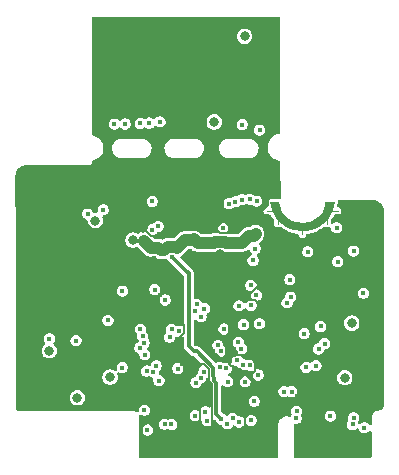
<source format=gbr>
%TF.GenerationSoftware,KiCad,Pcbnew,9.0.2*%
%TF.CreationDate,2025-07-04T12:48:37+02:00*%
%TF.ProjectId,MicroMod_Processor_Board,4d696372-6f4d-46f6-945f-50726f636573,rev?*%
%TF.SameCoordinates,Original*%
%TF.FileFunction,Copper,L2,Inr*%
%TF.FilePolarity,Positive*%
%FSLAX46Y46*%
G04 Gerber Fmt 4.6, Leading zero omitted, Abs format (unit mm)*
G04 Created by KiCad (PCBNEW 9.0.2) date 2025-07-04 12:48:37*
%MOMM*%
%LPD*%
G01*
G04 APERTURE LIST*
%TA.AperFunction,EtchedComponent*%
%ADD10C,0.101600*%
%TD*%
%TA.AperFunction,EtchedComponent*%
%ADD11C,0.000000*%
%TD*%
%TA.AperFunction,ComponentPad*%
%ADD12C,0.454000*%
%TD*%
%TA.AperFunction,ViaPad*%
%ADD13C,0.450000*%
%TD*%
%TA.AperFunction,ViaPad*%
%ADD14C,0.400000*%
%TD*%
%TA.AperFunction,ViaPad*%
%ADD15C,0.800000*%
%TD*%
%TA.AperFunction,Conductor*%
%ADD16C,1.000000*%
%TD*%
%TA.AperFunction,Conductor*%
%ADD17C,0.127000*%
%TD*%
%TA.AperFunction,Conductor*%
%ADD18C,0.350000*%
%TD*%
%TA.AperFunction,Conductor*%
%ADD19C,0.500000*%
%TD*%
%TA.AperFunction,Conductor*%
%ADD20C,0.250000*%
%TD*%
G04 APERTURE END LIST*
D10*
%TO.C,J1*%
X150397600Y-93375000D02*
X149497600Y-93375000D01*
X150397600Y-93375000D02*
X150397600Y-94475000D01*
X152497600Y-94675000D02*
X152497600Y-95375000D01*
X154597600Y-93375000D02*
X154597600Y-94475000D01*
X154597600Y-93375000D02*
X155497600Y-93375000D01*
D11*
%TA.AperFunction,EtchedComponent*%
G36*
X150669047Y-93191787D02*
G01*
X150794637Y-93453983D01*
X150959697Y-93693304D01*
X151160163Y-93903858D01*
X151391099Y-94080460D01*
X151646818Y-94218761D01*
X151921024Y-94315356D01*
X152206965Y-94367867D01*
X152497600Y-94375000D01*
X153074176Y-94315356D01*
X153348382Y-94218761D01*
X153604101Y-94080460D01*
X153835037Y-93903858D01*
X154035503Y-93693304D01*
X154200563Y-93453983D01*
X154326153Y-93191787D01*
X154409180Y-92913173D01*
X154447600Y-92625000D01*
X155247600Y-92625000D01*
X155078288Y-93343830D01*
X154923384Y-93679928D01*
X154725059Y-93992377D01*
X154486853Y-94275599D01*
X154213018Y-94524540D01*
X153908442Y-94734756D01*
X153578562Y-94902494D01*
X153229266Y-95024760D01*
X152866788Y-95099373D01*
X152497599Y-95124999D01*
X151767977Y-95020308D01*
X151419882Y-94896802D01*
X151091120Y-94728461D01*
X150787435Y-94518226D01*
X150514134Y-94269770D01*
X150275993Y-93987437D01*
X150077173Y-93676158D01*
X149921150Y-93341374D01*
X149810648Y-92988936D01*
X149747600Y-92625001D01*
X149747600Y-92625000D01*
X150547600Y-92625000D01*
X150669047Y-93191787D01*
G37*
%TD.AperFunction*%
%TD*%
D12*
%TO.N,GND*%
%TO.C,J1*%
X150397600Y-93375000D03*
X152497600Y-94675000D03*
X154597600Y-93375000D03*
%TD*%
D13*
%TO.N,/PWM0*%
X147087942Y-104524079D03*
X140350000Y-107750000D03*
%TO.N,/SD_DAT0*%
X140118000Y-106500000D03*
D14*
%TO.N,GND*%
X152050000Y-105200000D03*
D15*
%TO.N,+3.3V*%
X148537184Y-95335000D03*
D13*
%TO.N,/VBAT*%
X139115800Y-110261400D03*
X145753815Y-94842889D03*
%TO.N,GND*%
X138275000Y-89275000D03*
X139982448Y-105317552D03*
X143425000Y-101900000D03*
X145923000Y-104470200D03*
X147590000Y-100550000D03*
X140868400Y-95529400D03*
D14*
X145197500Y-94697500D03*
D15*
X130100000Y-98400000D03*
D13*
X142341600Y-106328672D03*
D15*
X133325000Y-90325000D03*
D13*
X130420000Y-108380000D03*
X152030000Y-109100000D03*
X144576800Y-99720400D03*
X138950000Y-113300000D03*
X140610000Y-92100000D03*
D15*
X130300000Y-100275000D03*
D13*
X132475000Y-96950000D03*
X157937200Y-106121200D03*
D15*
X132401000Y-95990500D03*
D13*
X149360000Y-111280000D03*
D15*
X135000000Y-109125000D03*
D13*
X149625000Y-91350000D03*
X150266400Y-89585800D03*
X159025000Y-99375000D03*
D15*
X133300000Y-91475000D03*
D13*
X140425000Y-100475000D03*
X158875000Y-108000000D03*
D15*
X129275000Y-95600000D03*
D13*
X133292869Y-106998564D03*
X139014200Y-89204800D03*
X143687800Y-99720400D03*
X136930000Y-97700000D03*
X157962600Y-101142800D03*
X147650000Y-89400000D03*
D15*
X139000078Y-94832600D03*
D13*
X142240000Y-102819200D03*
X139220000Y-111160000D03*
D15*
X130800000Y-91578400D03*
D13*
X158700000Y-97800000D03*
X148375000Y-89375000D03*
X132450000Y-97900000D03*
X144925000Y-90200000D03*
X150200000Y-90225000D03*
D15*
X145671116Y-101603884D03*
D13*
X141808200Y-94970600D03*
X136350000Y-98870000D03*
X131800000Y-97400000D03*
D15*
X129768600Y-93243400D03*
D13*
X158800000Y-102275000D03*
X153593800Y-103962200D03*
D15*
X130780018Y-101618973D03*
D13*
X137236200Y-89255600D03*
D15*
X129850000Y-96600000D03*
D13*
X139954000Y-97358200D03*
D15*
X129100000Y-91250000D03*
D13*
X150291800Y-109448600D03*
X132546612Y-98551329D03*
X136144000Y-101400000D03*
X130370000Y-106440000D03*
D15*
X145500000Y-97000000D03*
D13*
X146775000Y-105486200D03*
X129760000Y-106190000D03*
X131900000Y-98225000D03*
X144522242Y-107714842D03*
X158800000Y-103300000D03*
X136525000Y-90975000D03*
X158075000Y-112450000D03*
X140700000Y-101600000D03*
X137425000Y-104975000D03*
D15*
X149733000Y-109250000D03*
D13*
X140512800Y-91516200D03*
D15*
X132423378Y-108544500D03*
X153845499Y-95919230D03*
X132850000Y-92925000D03*
D13*
X148800000Y-103750000D03*
X136360000Y-99730000D03*
D15*
X130425000Y-95550000D03*
D13*
X158075000Y-112950000D03*
X147777200Y-105867200D03*
X148425000Y-90175000D03*
X158800000Y-101175000D03*
X155400000Y-98575000D03*
X155346400Y-96850200D03*
X136170000Y-96950000D03*
X137414000Y-102844600D03*
D15*
X136375000Y-105600000D03*
X141920000Y-99880000D03*
D13*
X136175000Y-103975000D03*
%TO.N,/~{RESET}*%
X148500000Y-96580000D03*
D15*
%TO.N,+3.3V*%
X139051695Y-95928337D03*
X156088100Y-107510000D03*
X138155002Y-95859600D03*
X143336234Y-95805166D03*
X136220000Y-107460000D03*
X133450000Y-109209500D03*
X156680000Y-102890000D03*
X131073637Y-105224644D03*
X147600000Y-78600000D03*
X134980000Y-94210000D03*
D13*
X148417400Y-109499400D03*
X146175000Y-107850000D03*
X147650000Y-107850000D03*
D15*
X140721500Y-96738466D03*
D13*
%TO.N,Net-(C10-Pad1)*%
X152958800Y-96850200D03*
%TO.N,Net-(F1-Pad2)*%
X157734000Y-111760000D03*
X139380000Y-111940000D03*
%TO.N,/A0*%
X151579084Y-108685013D03*
%TO.N,/AUD_BCLK*%
X145600000Y-105250000D03*
%TO.N,/SPI_COPI1*%
X139150000Y-105550000D03*
%TO.N,/UART_CTS1*%
X153650000Y-106500000D03*
X145862500Y-103387500D03*
X137260000Y-100170000D03*
X137236200Y-106654600D03*
D15*
%TO.N,/G11-SWO*%
X145034000Y-85852000D03*
D13*
%TO.N,/G2*%
X146597346Y-110949912D03*
%TO.N,/SWDIO*%
X148869400Y-86537800D03*
X146064127Y-106701694D03*
%TO.N,/I2C_~{INT}*%
X151200000Y-101175000D03*
%TO.N,/AUD_IN-CAM_PCLK*%
X142080000Y-103581200D03*
%TO.N,/AUD_MCLK*%
X141250000Y-104075000D03*
%TO.N,/SPI_SCK1*%
X139100000Y-104550000D03*
%TO.N,/SWDCK*%
X147396200Y-86080600D03*
X148750000Y-107275000D03*
%TO.N,/CAN-RX*%
X148068418Y-106449297D03*
X148150000Y-111120000D03*
%TO.N,/D0*%
X148325000Y-97575000D03*
%TO.N,/~{BOOT}*%
X156825000Y-96775000D03*
%TO.N,/~{SPI_CS1}*%
X136036007Y-102664327D03*
%TO.N,/SPI_MISO*%
X141404896Y-111461056D03*
X140275000Y-94691200D03*
%TO.N,/USB_D-*%
X151964862Y-110933928D03*
X156747600Y-111472600D03*
%TO.N,/I2C_SDA1*%
X144190000Y-101660000D03*
X144450000Y-111140000D03*
%TO.N,/I2C_SCL*%
X151500000Y-100675000D03*
%TO.N,/CAN-TX*%
X146990978Y-106045489D03*
X147140000Y-111260000D03*
%TO.N,/I2C_SDA*%
X151433576Y-99216424D03*
%TO.N,/SPI_CIPO1*%
X138731892Y-104991729D03*
%TO.N,/UART_RTS1*%
X140000000Y-100050000D03*
X138780000Y-103400000D03*
X143550000Y-101300000D03*
X154381200Y-104622600D03*
%TO.N,/UART_RX2*%
X144154870Y-106987112D03*
%TO.N,/A1*%
X150940000Y-108680000D03*
%TO.N,/UART_RX1*%
X138970000Y-103980000D03*
X147525000Y-103025000D03*
X152806400Y-106629200D03*
X140875000Y-100924745D03*
%TO.N,/BATT_VIN*%
X141478000Y-97282000D03*
X145620000Y-111000000D03*
%TO.N,/G3*%
X146150000Y-111390000D03*
%TO.N,/SPI_MOSI*%
X140830000Y-111450000D03*
X139769251Y-94964779D03*
%TO.N,/D1-CAM_TRIG*%
X148850000Y-102950000D03*
%TO.N,/UART_TX2*%
X145493216Y-106633222D03*
%TO.N,/G1*%
X147494052Y-106422252D03*
%TO.N,/AUD_OUT-CAM_MCLK*%
X141427200Y-103428800D03*
%TO.N,/USB_D+*%
X152000000Y-110360000D03*
X156845577Y-110906006D03*
%TO.N,/G0*%
X147330461Y-105045436D03*
%TO.N,/SPI_SCK*%
X141950000Y-106750000D03*
X143430000Y-110720000D03*
%TO.N,/AUD_LRCLK*%
X145338800Y-104724200D03*
%TO.N,/UART_TX1*%
X153873200Y-105079800D03*
X139870828Y-107019163D03*
%TO.N,/I2C_SCL1*%
X143925000Y-102350000D03*
X144280000Y-110400000D03*
%TO.N,/SD_CLK*%
X147130000Y-101430000D03*
%TO.N,/SD_DAT1*%
X139300000Y-106950000D03*
%TO.N,/SD_DAT3*%
X148137000Y-99695000D03*
%TO.N,/SD_CMD*%
X148150000Y-101380000D03*
%TO.N,/SD_DAT2*%
X148610000Y-100520000D03*
%TO.N,/BT_HOST_WAKE*%
X131080000Y-104220000D03*
X135636000Y-93294200D03*
%TO.N,/BT_REG_ON*%
X133330000Y-104370000D03*
X134325000Y-93650000D03*
%TO.N,/WIFI_SDIO_DAT1*%
X152654000Y-103784400D03*
X143951634Y-107525000D03*
%TO.N,/WIFI_SDIO_DAT0*%
X154035200Y-103174800D03*
X143487134Y-107922573D03*
%TO.N,/WL_GPIO_0_HOST_WAKE*%
X155500000Y-97700000D03*
X157657800Y-100355400D03*
%TO.N,/TRACE_CLK*%
X148625000Y-92550000D03*
X140436600Y-85852000D03*
%TO.N,/TRACE_D3*%
X146276376Y-92789892D03*
X136575800Y-86029800D03*
%TO.N,/TRACE_D2*%
X137490200Y-86029800D03*
X146826172Y-92621509D03*
%TO.N,/TRACE_D1*%
X138760200Y-85979000D03*
X147375000Y-92450000D03*
%TO.N,/TRACE_D0*%
X139522200Y-85953600D03*
X148050000Y-92400000D03*
%TO.N,/BOOT0*%
X155400000Y-94825000D03*
%TO.N,/USB_VIN*%
X139775000Y-92575000D03*
%TO.N,Net-(J1-USB_VIN)*%
X154875000Y-110750000D03*
%TD*%
D16*
%TO.N,+3.3V*%
X148537184Y-95335000D02*
X148382184Y-95490000D01*
X146001486Y-96100000D02*
X145910486Y-96009000D01*
X148382184Y-95490000D02*
X147980000Y-95490000D01*
X143631068Y-96100000D02*
X143336234Y-95805166D01*
X147980000Y-95490000D02*
X147370000Y-96100000D01*
X145910486Y-96009000D02*
X145089514Y-96009000D01*
X147370000Y-96100000D02*
X146001486Y-96100000D01*
X145089514Y-96009000D02*
X144998514Y-96100000D01*
X144998514Y-96100000D02*
X143631068Y-96100000D01*
D17*
%TO.N,GND*%
X148800000Y-103750000D02*
X146710000Y-103750000D01*
X146710000Y-103750000D02*
X146320000Y-104140000D01*
D18*
%TO.N,/BATT_VIN*%
X145194000Y-107920616D02*
X145048242Y-107774858D01*
X145048242Y-107496965D02*
X144944000Y-107392723D01*
X145620000Y-111000000D02*
X145194000Y-110574000D01*
X142675000Y-98475000D02*
X142650000Y-98475000D01*
X145194000Y-110574000D02*
X145194000Y-107920616D01*
X142875000Y-104850000D02*
X142875000Y-98675000D01*
X142875000Y-98675000D02*
X142675000Y-98475000D01*
X144944000Y-107392723D02*
X144944000Y-106675000D01*
X144944000Y-106675000D02*
X143544000Y-105275000D01*
X145048242Y-107774858D02*
X145048242Y-107496965D01*
X143544000Y-105275000D02*
X143300000Y-105275000D01*
X142650000Y-98475000D02*
X141478000Y-97303000D01*
X143300000Y-105275000D02*
X142875000Y-104850000D01*
X141478000Y-97303000D02*
X141478000Y-97282000D01*
D17*
%TO.N,GND*%
X144128950Y-106375000D02*
X143350000Y-106375000D01*
X144569370Y-106815420D02*
X144128950Y-106375000D01*
X144569370Y-107667714D02*
X144569370Y-106815420D01*
X144522242Y-107714842D02*
X144569370Y-107667714D01*
X146950000Y-105311200D02*
X146950000Y-105251167D01*
X146775000Y-105486200D02*
X146950000Y-105311200D01*
X146950000Y-105251167D02*
X146915961Y-105217128D01*
X148125000Y-104650000D02*
X148675000Y-104100000D01*
D19*
X145923000Y-104470200D02*
X146037300Y-104584500D01*
X146201000Y-104912200D02*
X146775000Y-105486200D01*
X146037300Y-104584500D02*
X146037300Y-104661300D01*
X146037300Y-104661300D02*
X146201000Y-104825000D01*
X146201000Y-104825000D02*
X146201000Y-104912200D01*
D17*
X148800000Y-103750000D02*
X148675000Y-103875000D01*
X148675000Y-103875000D02*
X148675000Y-104100000D01*
X148031200Y-105613200D02*
X147777200Y-105867200D01*
X148675000Y-104100000D02*
X148031200Y-104743800D01*
X148031200Y-104743800D02*
X148031200Y-105613200D01*
X138480800Y-106273600D02*
X137807200Y-105600000D01*
X142494500Y-103752892D02*
X142494500Y-103073700D01*
X140444896Y-105780000D02*
X140527200Y-105780000D01*
X140527200Y-105780000D02*
X141274800Y-106527600D01*
X141122400Y-106680000D02*
X141122400Y-109257600D01*
X141122400Y-109257600D02*
X139790000Y-110590000D01*
X141274800Y-106527600D02*
X141122400Y-106680000D01*
X139982448Y-105317552D02*
X139982448Y-105927552D01*
X139982448Y-105317552D02*
X140444896Y-105780000D01*
X139982448Y-105927552D02*
X139636400Y-106273600D01*
X139636400Y-106273600D02*
X138480800Y-106273600D01*
X137807200Y-105600000D02*
X136375000Y-105600000D01*
X140444896Y-105780000D02*
X140467392Y-105780000D01*
X140467392Y-105780000D02*
X142494500Y-103752892D01*
X142494500Y-103073700D02*
X142240000Y-102819200D01*
X146320000Y-101010000D02*
X146320000Y-104140000D01*
X148492500Y-106250308D02*
X148492500Y-106904500D01*
X149092800Y-99407200D02*
X149292800Y-99407200D01*
X147628451Y-107171549D02*
X145700000Y-109100000D01*
D20*
X145197500Y-94697500D02*
X145771000Y-94124000D01*
D18*
X145902827Y-93950000D02*
X145197500Y-94655327D01*
D17*
X147950000Y-100550000D02*
X149092800Y-99407200D01*
X138950000Y-111430000D02*
X139220000Y-111160000D01*
X145923000Y-106031414D02*
X146100800Y-106031414D01*
X147433000Y-100393000D02*
X147590000Y-100550000D01*
X147125000Y-93950000D02*
X147125000Y-94175000D01*
D19*
X146100800Y-105853614D02*
X146100800Y-106031414D01*
D17*
X135000000Y-109125000D02*
X133990600Y-110134400D01*
X149479000Y-100821000D02*
X148912600Y-101387400D01*
X145530760Y-95293000D02*
X145277815Y-95040055D01*
X147600000Y-110400000D02*
X147700000Y-110400000D01*
X147628451Y-107171549D02*
X147952351Y-107495449D01*
X146780000Y-100550000D02*
X146320000Y-101010000D01*
X147433000Y-98933000D02*
X147433000Y-100393000D01*
X148100000Y-112200000D02*
X145300000Y-112200000D01*
X148492500Y-106904500D02*
X147952351Y-107444649D01*
X147213102Y-106756200D02*
X147628451Y-107171549D01*
X148100000Y-112200000D02*
X147900000Y-112200000D01*
X147590000Y-100550000D02*
X147974500Y-100934500D01*
X147900000Y-112200000D02*
X147600000Y-111900000D01*
X138950000Y-113300000D02*
X138950000Y-112500000D01*
X145799538Y-94124000D02*
X145799538Y-90424538D01*
X144923000Y-104470200D02*
X144579800Y-104470200D01*
X147777200Y-105867200D02*
X147523200Y-105613200D01*
X145500000Y-97000000D02*
X147433000Y-98933000D01*
X147952351Y-107495449D02*
X149905503Y-109448600D01*
X146320000Y-104140000D02*
X145989800Y-104470200D01*
X145752000Y-104470200D02*
X145752000Y-104440808D01*
X139790000Y-110590000D02*
X139220000Y-111160000D01*
X144579800Y-104470200D02*
X144340000Y-104710000D01*
X145165808Y-104198000D02*
X144923000Y-104440808D01*
X149479000Y-100800000D02*
X149479000Y-101828600D01*
X148459700Y-100934500D02*
X148912600Y-101387400D01*
X145025000Y-90300000D02*
X144925000Y-90200000D01*
X147974500Y-100934500D02*
X148459700Y-100934500D01*
X152908000Y-104648000D02*
X153593800Y-103962200D01*
X149479000Y-100800000D02*
X149479000Y-100821000D01*
X145799538Y-90424538D02*
X145675000Y-90300000D01*
X132423378Y-109842778D02*
X132423378Y-108544500D01*
X144340000Y-104710000D02*
X145661414Y-106031414D01*
D18*
X148500000Y-93900000D02*
X148000000Y-93900000D01*
D17*
X143844500Y-111455500D02*
X142800000Y-112500000D01*
X148440000Y-112200000D02*
X148100000Y-112200000D01*
D18*
X148000000Y-93900000D02*
X147700000Y-93600000D01*
D17*
X147433000Y-98933000D02*
X148818600Y-98933000D01*
X145277815Y-94645723D02*
X145799538Y-94124000D01*
D18*
X149625000Y-92371418D02*
X149481600Y-92514818D01*
D17*
X132715000Y-110134400D02*
X132423378Y-109842778D01*
X145661414Y-106031414D02*
X145923000Y-106031414D01*
X145700000Y-110300000D02*
X145800000Y-110400000D01*
X139790000Y-110590000D02*
X139790000Y-110990000D01*
X147590000Y-100550000D02*
X147950000Y-100550000D01*
D18*
X147350000Y-93950000D02*
X147125000Y-93950000D01*
D17*
X145700000Y-109100000D02*
X145700000Y-110300000D01*
X148109392Y-105867200D02*
X148492500Y-106250308D01*
X147700000Y-110400000D02*
X148583000Y-110400000D01*
D18*
X149481600Y-92514818D02*
X149481600Y-92918400D01*
D17*
X146100800Y-106031414D02*
X146320000Y-106031414D01*
X148818600Y-98933000D02*
X149292800Y-99407200D01*
X139696878Y-95529400D02*
X139000078Y-94832600D01*
X145300000Y-112200000D02*
X144864500Y-111764500D01*
X149479000Y-101828600D02*
X152298400Y-104648000D01*
X146724000Y-94576000D02*
X146724000Y-94876000D01*
X146320000Y-106031414D02*
X146320000Y-106315000D01*
X147590000Y-100550000D02*
X146780000Y-100550000D01*
X144923000Y-104440808D02*
X144923000Y-104470200D01*
X145509192Y-104198000D02*
X145165808Y-104198000D01*
X148583000Y-110400000D02*
X149733000Y-109250000D01*
X138950000Y-112500000D02*
X138950000Y-111430000D01*
X140868400Y-95529400D02*
X139696878Y-95529400D01*
D18*
X145197500Y-94655327D02*
X145197500Y-94697500D01*
D19*
X146201000Y-105753414D02*
X146100800Y-105853614D01*
D17*
X143844500Y-108392584D02*
X143844500Y-111455500D01*
X142800000Y-112500000D02*
X140200000Y-112500000D01*
X147125000Y-94175000D02*
X146724000Y-94576000D01*
X147600000Y-111900000D02*
X147600000Y-110400000D01*
X146307000Y-95293000D02*
X145530760Y-95293000D01*
X149353800Y-101828600D02*
X149479000Y-101828600D01*
D18*
X147125000Y-93950000D02*
X145902827Y-93950000D01*
D17*
X148912600Y-101387400D02*
X149353800Y-101828600D01*
X147777200Y-105867200D02*
X148109392Y-105867200D01*
D18*
X149481600Y-92918400D02*
X148500000Y-93900000D01*
D17*
X146761200Y-106756200D02*
X147213102Y-106756200D01*
X144864500Y-108057100D02*
X144522242Y-107714842D01*
X145675000Y-90300000D02*
X145025000Y-90300000D01*
X145800000Y-110400000D02*
X147700000Y-110400000D01*
X149479000Y-99593400D02*
X149479000Y-100800000D01*
D19*
X146201000Y-104748200D02*
X146201000Y-105753414D01*
D17*
X149360000Y-111280000D02*
X148440000Y-112200000D01*
X152298400Y-104648000D02*
X152908000Y-104648000D01*
X145277815Y-95040055D02*
X145277815Y-94645723D01*
X140200000Y-111400000D02*
X140200000Y-112500000D01*
X146724000Y-94876000D02*
X146307000Y-95293000D01*
X133990600Y-110134400D02*
X132715000Y-110134400D01*
X149292800Y-99407200D02*
X149479000Y-99593400D01*
X139790000Y-110990000D02*
X140200000Y-111400000D01*
X145989800Y-104470200D02*
X145752000Y-104470200D01*
X144864500Y-111764500D02*
X144864500Y-108057100D01*
X149905503Y-109448600D02*
X150400000Y-109448600D01*
D18*
X147700000Y-93600000D02*
X147350000Y-93950000D01*
D17*
X145752000Y-104440808D02*
X145509192Y-104198000D01*
X146320000Y-106315000D02*
X146761200Y-106756200D01*
D19*
X145923000Y-104470200D02*
X146201000Y-104748200D01*
D17*
X140200000Y-112500000D02*
X138950000Y-112500000D01*
X144522242Y-107714842D02*
X143844500Y-108392584D01*
X147952351Y-107444649D02*
X147952351Y-107495449D01*
X147523200Y-105613200D02*
X146320000Y-105613200D01*
D18*
X149625000Y-91350000D02*
X149625000Y-92371418D01*
D16*
%TO.N,+3.3V*%
X143281400Y-95860000D02*
X143336234Y-95805166D01*
X140537762Y-96738466D02*
X140818038Y-96738466D01*
X139068339Y-95928337D02*
X139647202Y-96507200D01*
X142552000Y-95860000D02*
X143281400Y-95860000D01*
X141125504Y-96431000D02*
X141830496Y-96431000D01*
X139647202Y-96507200D02*
X140306496Y-96507200D01*
X140306496Y-96507200D02*
X140537762Y-96738466D01*
X141830496Y-96431000D02*
X141905748Y-96506252D01*
D18*
X139051695Y-95928337D02*
X138223739Y-95928337D01*
X138223739Y-95928337D02*
X138155002Y-95859600D01*
D16*
X141905748Y-96506252D02*
X142552000Y-95860000D01*
X139051695Y-95928337D02*
X139068339Y-95928337D01*
X140818038Y-96738466D02*
X141125504Y-96431000D01*
%TD*%
%TA.AperFunction,Conductor*%
%TO.N,GND*%
G36*
X150537817Y-76955585D02*
G01*
X150583572Y-77008389D01*
X150594778Y-77059914D01*
X150593719Y-86776812D01*
X150574027Y-86843849D01*
X150521218Y-86889598D01*
X150491252Y-86898914D01*
X150376784Y-86919098D01*
X150191726Y-86986454D01*
X150191721Y-86986456D01*
X150021175Y-87084921D01*
X150021172Y-87084924D01*
X149870310Y-87211510D01*
X149743724Y-87362372D01*
X149743721Y-87362375D01*
X149645256Y-87532921D01*
X149645254Y-87532926D01*
X149577898Y-87717985D01*
X149543700Y-87911929D01*
X149543700Y-88108870D01*
X149577898Y-88302814D01*
X149607202Y-88383325D01*
X149631681Y-88450583D01*
X149645254Y-88487873D01*
X149645256Y-88487878D01*
X149743721Y-88658424D01*
X149743724Y-88658427D01*
X149870310Y-88809289D01*
X149979351Y-88900784D01*
X149986759Y-88907000D01*
X150021172Y-88935875D01*
X150021175Y-88935878D01*
X150125770Y-88996266D01*
X150191726Y-89034346D01*
X150376787Y-89101702D01*
X150491784Y-89121979D01*
X150521232Y-89136573D01*
X150551173Y-89150138D01*
X150552386Y-89152013D01*
X150554387Y-89153005D01*
X150571272Y-89181207D01*
X150589124Y-89208803D01*
X150589556Y-89211746D01*
X150590278Y-89212952D01*
X150594251Y-89243722D01*
X150594722Y-89400419D01*
X150594230Y-89406347D01*
X150594761Y-89425674D01*
X150594807Y-89428694D01*
X150594866Y-89447994D01*
X150595536Y-89453889D01*
X150672176Y-92242093D01*
X150654341Y-92309648D01*
X150602814Y-92356836D01*
X150548223Y-92369500D01*
X149747597Y-92369500D01*
X149649828Y-92388947D01*
X149649821Y-92388950D01*
X149566934Y-92444333D01*
X149566933Y-92444334D01*
X149511550Y-92527221D01*
X149511547Y-92527228D01*
X149492100Y-92624995D01*
X149492100Y-92625001D01*
X149495850Y-92668618D01*
X149541894Y-92934400D01*
X149533942Y-93003815D01*
X149489723Y-93057912D01*
X149451809Y-93075340D01*
X149381307Y-93094231D01*
X149381302Y-93094233D01*
X149312598Y-93133899D01*
X149312595Y-93133901D01*
X149256501Y-93189995D01*
X149256499Y-93189998D01*
X149216833Y-93258702D01*
X149213938Y-93269506D01*
X149196300Y-93335333D01*
X149196300Y-93414667D01*
X149216833Y-93491297D01*
X149256500Y-93560003D01*
X149312597Y-93616100D01*
X149381303Y-93655767D01*
X149457933Y-93676300D01*
X149652648Y-93676300D01*
X149693931Y-93683374D01*
X149770166Y-93710290D01*
X149791584Y-93725743D01*
X149814985Y-93737984D01*
X149821812Y-93747552D01*
X149826827Y-93751171D01*
X149829813Y-93758767D01*
X149841274Y-93774830D01*
X149845588Y-93784086D01*
X149851564Y-93794967D01*
X149861843Y-93813683D01*
X149861847Y-93813689D01*
X149861848Y-93813691D01*
X149874523Y-93833536D01*
X150060661Y-94124960D01*
X150060665Y-94124966D01*
X150060668Y-94124970D01*
X150072161Y-94140584D01*
X150096051Y-94206241D01*
X150096300Y-94214093D01*
X150096300Y-94514667D01*
X150116833Y-94591297D01*
X150156500Y-94660003D01*
X150212597Y-94716100D01*
X150281303Y-94755767D01*
X150357933Y-94776300D01*
X150357935Y-94776300D01*
X150437264Y-94776300D01*
X150437267Y-94776300D01*
X150513897Y-94755767D01*
X150537372Y-94742213D01*
X150605270Y-94725739D01*
X150669952Y-94747645D01*
X150945691Y-94938534D01*
X150956550Y-94945034D01*
X150974678Y-94955885D01*
X151303438Y-95124225D01*
X151334419Y-95137584D01*
X151334433Y-95137589D01*
X151334447Y-95137595D01*
X151682542Y-95261101D01*
X151731688Y-95273218D01*
X152094474Y-95325273D01*
X152158038Y-95354280D01*
X152195829Y-95413047D01*
X152196627Y-95415887D01*
X152216833Y-95491297D01*
X152256500Y-95560003D01*
X152312597Y-95616100D01*
X152381303Y-95655767D01*
X152457933Y-95676300D01*
X152457935Y-95676300D01*
X152537264Y-95676300D01*
X152537267Y-95676300D01*
X152613897Y-95655767D01*
X152682603Y-95616100D01*
X152738700Y-95560003D01*
X152778367Y-95491297D01*
X152791119Y-95443704D01*
X152827482Y-95384046D01*
X152890329Y-95353516D01*
X152893993Y-95352956D01*
X152918301Y-95349626D01*
X153280779Y-95275013D01*
X153313678Y-95265913D01*
X153662974Y-95143647D01*
X153694368Y-95130242D01*
X153694377Y-95130237D01*
X153694385Y-95130234D01*
X154024238Y-94962509D01*
X154024248Y-94962504D01*
X154053574Y-94945034D01*
X154333189Y-94752045D01*
X154399540Y-94730167D01*
X154465620Y-94746712D01*
X154481303Y-94755767D01*
X154557933Y-94776300D01*
X154557935Y-94776300D01*
X154637264Y-94776300D01*
X154637267Y-94776300D01*
X154713897Y-94755767D01*
X154738499Y-94741562D01*
X154806399Y-94725089D01*
X154872426Y-94747941D01*
X154915617Y-94802862D01*
X154924500Y-94848949D01*
X154924500Y-94887601D01*
X154956905Y-95008536D01*
X155019505Y-95116964D01*
X155108036Y-95205495D01*
X155216464Y-95268095D01*
X155337399Y-95300500D01*
X155337401Y-95300500D01*
X155462599Y-95300500D01*
X155462601Y-95300500D01*
X155583536Y-95268095D01*
X155691964Y-95205495D01*
X155780495Y-95116964D01*
X155843095Y-95008536D01*
X155875500Y-94887601D01*
X155875500Y-94762399D01*
X155843095Y-94641464D01*
X155780495Y-94533036D01*
X155691964Y-94444505D01*
X155583536Y-94381905D01*
X155583537Y-94381905D01*
X155529362Y-94367389D01*
X155462601Y-94349500D01*
X155337399Y-94349500D01*
X155270638Y-94367389D01*
X155216463Y-94381905D01*
X155108037Y-94444504D01*
X155101591Y-94449451D01*
X155100194Y-94447631D01*
X155091144Y-94452572D01*
X155074411Y-94467073D01*
X155061079Y-94468989D01*
X155049258Y-94475445D01*
X155027171Y-94473865D01*
X155005253Y-94477017D01*
X154993001Y-94471421D01*
X154979566Y-94470461D01*
X154961839Y-94457190D01*
X154941697Y-94447992D01*
X154934414Y-94436660D01*
X154923633Y-94428589D01*
X154915895Y-94407843D01*
X154903923Y-94389214D01*
X154900771Y-94367295D01*
X154899216Y-94363125D01*
X154898900Y-94354279D01*
X154898900Y-94227009D01*
X154918585Y-94159970D01*
X154922862Y-94153740D01*
X154940773Y-94129300D01*
X155139098Y-93816851D01*
X155155425Y-93786873D01*
X155161462Y-93773773D01*
X155207396Y-93721128D01*
X155230992Y-93709398D01*
X155299462Y-93684026D01*
X155319278Y-93682651D01*
X155338125Y-93676379D01*
X155342548Y-93676300D01*
X155537264Y-93676300D01*
X155537267Y-93676300D01*
X155613897Y-93655767D01*
X155682603Y-93616100D01*
X155738700Y-93560003D01*
X155778367Y-93491297D01*
X155798900Y-93414667D01*
X155798900Y-93335333D01*
X155778367Y-93258703D01*
X155738700Y-93189997D01*
X155682603Y-93133900D01*
X155613897Y-93094233D01*
X155537267Y-93073700D01*
X155537265Y-93073700D01*
X155529416Y-93071597D01*
X155530267Y-93068419D01*
X155480381Y-93046303D01*
X155441955Y-92987949D01*
X155439839Y-92923264D01*
X155440810Y-92919143D01*
X155496295Y-92683577D01*
X155503100Y-92625000D01*
X155500001Y-92609418D01*
X155496001Y-92589308D01*
X155502228Y-92519716D01*
X155545092Y-92464539D01*
X155610982Y-92441295D01*
X155617618Y-92441117D01*
X158492027Y-92441117D01*
X158506811Y-92442001D01*
X158666652Y-92461197D01*
X158689667Y-92466214D01*
X158833965Y-92512400D01*
X158838974Y-92514003D01*
X158860624Y-92523281D01*
X158998200Y-92598443D01*
X159017703Y-92611647D01*
X159109034Y-92687069D01*
X159138583Y-92711470D01*
X159155240Y-92728128D01*
X159255060Y-92849009D01*
X159268265Y-92868513D01*
X159343427Y-93006094D01*
X159352703Y-93027738D01*
X159400489Y-93177045D01*
X159405506Y-93200061D01*
X159424716Y-93360052D01*
X159425600Y-93374834D01*
X159425600Y-109755244D01*
X159424451Y-109772087D01*
X159411557Y-109866136D01*
X159405076Y-109892120D01*
X159373948Y-109976702D01*
X159362039Y-110000687D01*
X159313481Y-110076608D01*
X159296700Y-110097479D01*
X159232967Y-110161210D01*
X159212096Y-110177990D01*
X159136172Y-110226547D01*
X159112186Y-110238455D01*
X159027606Y-110269579D01*
X159001620Y-110276060D01*
X158905454Y-110289240D01*
X158892092Y-110290339D01*
X158864231Y-110291119D01*
X158854360Y-110293187D01*
X158833681Y-110294657D01*
X158713985Y-110329282D01*
X158713982Y-110329283D01*
X158650145Y-110363611D01*
X158604236Y-110388299D01*
X158604234Y-110388300D01*
X158604233Y-110388301D01*
X158509346Y-110469069D01*
X158433560Y-110567981D01*
X158433558Y-110567985D01*
X158380260Y-110680615D01*
X158351832Y-110801926D01*
X158351831Y-110801939D01*
X158351184Y-110835035D01*
X158350893Y-110849890D01*
X158350600Y-110850599D01*
X158350600Y-110864936D01*
X158350332Y-110879504D01*
X158349884Y-110903882D01*
X158350600Y-110908682D01*
X158350600Y-111414207D01*
X158330915Y-111481246D01*
X158278111Y-111527001D01*
X158208953Y-111536945D01*
X158145397Y-111507920D01*
X158119213Y-111476207D01*
X158114497Y-111468039D01*
X158114493Y-111468034D01*
X158025965Y-111379506D01*
X158025964Y-111379505D01*
X157917536Y-111316905D01*
X157917537Y-111316905D01*
X157867643Y-111303536D01*
X157796601Y-111284500D01*
X157671399Y-111284500D01*
X157600357Y-111303536D01*
X157550463Y-111316905D01*
X157442037Y-111379504D01*
X157414789Y-111406752D01*
X157409461Y-111409660D01*
X157406060Y-111414687D01*
X157379155Y-111426208D01*
X157353465Y-111440236D01*
X157347410Y-111439802D01*
X157341832Y-111442192D01*
X157312970Y-111437338D01*
X157283774Y-111435250D01*
X157278914Y-111431612D01*
X157272930Y-111430606D01*
X157251272Y-111410919D01*
X157227841Y-111393378D01*
X157224571Y-111386647D01*
X157221229Y-111383609D01*
X157207335Y-111351164D01*
X157197490Y-111314423D01*
X157197450Y-111314273D01*
X157199111Y-111244426D01*
X157222743Y-111205663D01*
X157221123Y-111204420D01*
X157226071Y-111197971D01*
X157226072Y-111197970D01*
X157288672Y-111089542D01*
X157321077Y-110968607D01*
X157321077Y-110843405D01*
X157288672Y-110722470D01*
X157226072Y-110614042D01*
X157137541Y-110525511D01*
X157029113Y-110462911D01*
X157029114Y-110462911D01*
X156969166Y-110446848D01*
X156908178Y-110430506D01*
X156782976Y-110430506D01*
X156721988Y-110446848D01*
X156662040Y-110462911D01*
X156553614Y-110525510D01*
X156553611Y-110525512D01*
X156465083Y-110614040D01*
X156465081Y-110614043D01*
X156402482Y-110722469D01*
X156391954Y-110761760D01*
X156370077Y-110843405D01*
X156370077Y-110968607D01*
X156394470Y-111059640D01*
X156395727Y-111064331D01*
X156394064Y-111134181D01*
X156370439Y-111172948D01*
X156372053Y-111174186D01*
X156367108Y-111180629D01*
X156304505Y-111289063D01*
X156297710Y-111314421D01*
X156272100Y-111409999D01*
X156272100Y-111535201D01*
X156304505Y-111656136D01*
X156367105Y-111764564D01*
X156455636Y-111853095D01*
X156564064Y-111915695D01*
X156684999Y-111948100D01*
X156685001Y-111948100D01*
X156810199Y-111948100D01*
X156810201Y-111948100D01*
X156931136Y-111915695D01*
X157039564Y-111853095D01*
X157066811Y-111825847D01*
X157128130Y-111792364D01*
X157197822Y-111797348D01*
X157253756Y-111839218D01*
X157274264Y-111881435D01*
X157290903Y-111943531D01*
X157290905Y-111943536D01*
X157353505Y-112051964D01*
X157442036Y-112140495D01*
X157550464Y-112203095D01*
X157671399Y-112235500D01*
X157671401Y-112235500D01*
X157796599Y-112235500D01*
X157796601Y-112235500D01*
X157917536Y-112203095D01*
X158025964Y-112140495D01*
X158114495Y-112051964D01*
X158119211Y-112043794D01*
X158169777Y-111995578D01*
X158238384Y-111982353D01*
X158303249Y-112008320D01*
X158343779Y-112065233D01*
X158350600Y-112105792D01*
X158350600Y-114166117D01*
X158330915Y-114233156D01*
X158278111Y-114278911D01*
X158226600Y-114290117D01*
X151925600Y-114290117D01*
X151858561Y-114270432D01*
X151812806Y-114217628D01*
X151801600Y-114166117D01*
X151801600Y-111533428D01*
X151821285Y-111466389D01*
X151874089Y-111420634D01*
X151925600Y-111409428D01*
X152027461Y-111409428D01*
X152027463Y-111409428D01*
X152148398Y-111377023D01*
X152256826Y-111314423D01*
X152345357Y-111225892D01*
X152407957Y-111117464D01*
X152440362Y-110996529D01*
X152440362Y-110871327D01*
X152407957Y-110750392D01*
X152402691Y-110741270D01*
X152401615Y-110739407D01*
X152388991Y-110687399D01*
X154399500Y-110687399D01*
X154399500Y-110812601D01*
X154431905Y-110933536D01*
X154494505Y-111041964D01*
X154583036Y-111130495D01*
X154691464Y-111193095D01*
X154812399Y-111225500D01*
X154812401Y-111225500D01*
X154937599Y-111225500D01*
X154937601Y-111225500D01*
X155058536Y-111193095D01*
X155166964Y-111130495D01*
X155255495Y-111041964D01*
X155318095Y-110933536D01*
X155350500Y-110812601D01*
X155350500Y-110687399D01*
X155318095Y-110566464D01*
X155255495Y-110458036D01*
X155166964Y-110369505D01*
X155058536Y-110306905D01*
X155058537Y-110306905D01*
X155012827Y-110294657D01*
X154937601Y-110274500D01*
X154812399Y-110274500D01*
X154737173Y-110294657D01*
X154691463Y-110306905D01*
X154583037Y-110369504D01*
X154583034Y-110369506D01*
X154494506Y-110458034D01*
X154494504Y-110458037D01*
X154431905Y-110566463D01*
X154431113Y-110569418D01*
X154399500Y-110687399D01*
X152388991Y-110687399D01*
X152385134Y-110671509D01*
X152401604Y-110615399D01*
X152443095Y-110543536D01*
X152475500Y-110422601D01*
X152475500Y-110297399D01*
X152443095Y-110176464D01*
X152380495Y-110068036D01*
X152291964Y-109979505D01*
X152183536Y-109916905D01*
X152183537Y-109916905D01*
X152143224Y-109906103D01*
X152062601Y-109884500D01*
X151937399Y-109884500D01*
X151856775Y-109906103D01*
X151816463Y-109916905D01*
X151708037Y-109979504D01*
X151708034Y-109979506D01*
X151619506Y-110068034D01*
X151619504Y-110068037D01*
X151556905Y-110176463D01*
X151556905Y-110176464D01*
X151524500Y-110297399D01*
X151524500Y-110422601D01*
X151538701Y-110475600D01*
X151556905Y-110543537D01*
X151556906Y-110543538D01*
X151563254Y-110554533D01*
X151565746Y-110564805D01*
X151572077Y-110573274D01*
X151573841Y-110598174D01*
X151579727Y-110622434D01*
X151576399Y-110634270D01*
X151577016Y-110642969D01*
X151565823Y-110671893D01*
X151564661Y-110676030D01*
X151563973Y-110677286D01*
X151521767Y-110750392D01*
X151519627Y-110758377D01*
X151512494Y-110771421D01*
X151497854Y-110786041D01*
X151487080Y-110803705D01*
X151473632Y-110810232D01*
X151463057Y-110820794D01*
X151442839Y-110825178D01*
X151424224Y-110834214D01*
X151409380Y-110832434D01*
X151394774Y-110835602D01*
X151375395Y-110828360D01*
X151357230Y-110826182D01*
X151357192Y-110826291D01*
X151356699Y-110826118D01*
X151354851Y-110825897D01*
X151350799Y-110824054D01*
X151350620Y-110823991D01*
X151202212Y-110790117D01*
X151202211Y-110790117D01*
X151049989Y-110790117D01*
X151049987Y-110790117D01*
X150901580Y-110823991D01*
X150764442Y-110890033D01*
X150764437Y-110890036D01*
X150645427Y-110984944D01*
X150550519Y-111103954D01*
X150550516Y-111103959D01*
X150484474Y-111241097D01*
X150450600Y-111389504D01*
X150450600Y-114166117D01*
X150430915Y-114233156D01*
X150378111Y-114278911D01*
X150326600Y-114290117D01*
X138775600Y-114290117D01*
X138708561Y-114270432D01*
X138662806Y-114217628D01*
X138651600Y-114166117D01*
X138651600Y-111877399D01*
X138904500Y-111877399D01*
X138904500Y-112002601D01*
X138936905Y-112123536D01*
X138999505Y-112231964D01*
X139088036Y-112320495D01*
X139196464Y-112383095D01*
X139317399Y-112415500D01*
X139317401Y-112415500D01*
X139442599Y-112415500D01*
X139442601Y-112415500D01*
X139563536Y-112383095D01*
X139671964Y-112320495D01*
X139760495Y-112231964D01*
X139823095Y-112123536D01*
X139855500Y-112002601D01*
X139855500Y-111877399D01*
X139823095Y-111756464D01*
X139760495Y-111648036D01*
X139671964Y-111559505D01*
X139563536Y-111496905D01*
X139442601Y-111464500D01*
X139317399Y-111464500D01*
X139236775Y-111486103D01*
X139196463Y-111496905D01*
X139088037Y-111559504D01*
X139088034Y-111559506D01*
X138999506Y-111648034D01*
X138999504Y-111648037D01*
X138936905Y-111756463D01*
X138934734Y-111764565D01*
X138904500Y-111877399D01*
X138651600Y-111877399D01*
X138651600Y-111387399D01*
X140354500Y-111387399D01*
X140354500Y-111512601D01*
X140386905Y-111633536D01*
X140449505Y-111741964D01*
X140538036Y-111830495D01*
X140646464Y-111893095D01*
X140767399Y-111925500D01*
X140767401Y-111925500D01*
X140892599Y-111925500D01*
X140892601Y-111925500D01*
X141013536Y-111893095D01*
X141045870Y-111874426D01*
X141113769Y-111857952D01*
X141169870Y-111874423D01*
X141221360Y-111904151D01*
X141342295Y-111936556D01*
X141342297Y-111936556D01*
X141467495Y-111936556D01*
X141467497Y-111936556D01*
X141588432Y-111904151D01*
X141696860Y-111841551D01*
X141785391Y-111753020D01*
X141847991Y-111644592D01*
X141880396Y-111523657D01*
X141880396Y-111398455D01*
X141847991Y-111277520D01*
X141785391Y-111169092D01*
X141696860Y-111080561D01*
X141588432Y-111017961D01*
X141588433Y-111017961D01*
X141547171Y-111006905D01*
X141467497Y-110985556D01*
X141342295Y-110985556D01*
X141281827Y-111001758D01*
X141221358Y-111017961D01*
X141221357Y-111017962D01*
X141189019Y-111036632D01*
X141121119Y-111053102D01*
X141065023Y-111036630D01*
X141013542Y-111006908D01*
X141013537Y-111006905D01*
X140973224Y-110996103D01*
X140892601Y-110974500D01*
X140767399Y-110974500D01*
X140686775Y-110996103D01*
X140646463Y-111006905D01*
X140538037Y-111069504D01*
X140538034Y-111069506D01*
X140449506Y-111158034D01*
X140449504Y-111158037D01*
X140386905Y-111266463D01*
X140380849Y-111289064D01*
X140354500Y-111387399D01*
X138651600Y-111387399D01*
X138651600Y-110908114D01*
X138652627Y-110900978D01*
X138652261Y-110888007D01*
X138652262Y-110888007D01*
X138651647Y-110866212D01*
X138651600Y-110864517D01*
X138651600Y-110850599D01*
X138651187Y-110849603D01*
X138649837Y-110801446D01*
X138644751Y-110780413D01*
X138648127Y-110710626D01*
X138688697Y-110653742D01*
X138753581Y-110627822D01*
X138822178Y-110641095D01*
X138827274Y-110643880D01*
X138932264Y-110704495D01*
X139053199Y-110736900D01*
X139053201Y-110736900D01*
X139178399Y-110736900D01*
X139178401Y-110736900D01*
X139299336Y-110704495D01*
X139407764Y-110641895D01*
X139496295Y-110553364D01*
X139558895Y-110444936D01*
X139591300Y-110324001D01*
X139591300Y-110198799D01*
X139558895Y-110077864D01*
X139496295Y-109969436D01*
X139407764Y-109880905D01*
X139299336Y-109818305D01*
X139299337Y-109818305D01*
X139259024Y-109807503D01*
X139178401Y-109785900D01*
X139053199Y-109785900D01*
X138972575Y-109807503D01*
X138932263Y-109818305D01*
X138823837Y-109880904D01*
X138823834Y-109880906D01*
X138735306Y-109969434D01*
X138735304Y-109969437D01*
X138672705Y-110077863D01*
X138672705Y-110077864D01*
X138647821Y-110170733D01*
X138640300Y-110198800D01*
X138640300Y-110328594D01*
X138620615Y-110395633D01*
X138567811Y-110441388D01*
X138498653Y-110451332D01*
X138435801Y-110422912D01*
X138421190Y-110410442D01*
X138397038Y-110389828D01*
X138397035Y-110389826D01*
X138397033Y-110389825D01*
X138304377Y-110339506D01*
X138287960Y-110330590D01*
X138287957Y-110330589D01*
X138287957Y-110330588D01*
X138168961Y-110295271D01*
X138131456Y-110292291D01*
X138131450Y-110292291D01*
X138118709Y-110291277D01*
X138115609Y-110290018D01*
X138103858Y-110290096D01*
X138098540Y-110289674D01*
X138098538Y-110289673D01*
X138098526Y-110289673D01*
X138090918Y-110289067D01*
X138082643Y-110288408D01*
X138082642Y-110288408D01*
X138079176Y-110288132D01*
X138060569Y-110290388D01*
X133000557Y-110324493D01*
X132999284Y-110324495D01*
X128375663Y-110308194D01*
X128308693Y-110288273D01*
X128263125Y-110235308D01*
X128252100Y-110184195D01*
X128252100Y-109756531D01*
X128252139Y-109756437D01*
X128252100Y-109741588D01*
X128252100Y-109726599D01*
X128252100Y-109715005D01*
X128252027Y-109714295D01*
X128250870Y-109273571D01*
X132799499Y-109273571D01*
X132824497Y-109399238D01*
X132824499Y-109399244D01*
X132873533Y-109517624D01*
X132873538Y-109517633D01*
X132944723Y-109624168D01*
X132944726Y-109624172D01*
X133035327Y-109714773D01*
X133035331Y-109714776D01*
X133141866Y-109785961D01*
X133141875Y-109785966D01*
X133168692Y-109797074D01*
X133260256Y-109835001D01*
X133260260Y-109835001D01*
X133260261Y-109835002D01*
X133385928Y-109860000D01*
X133385931Y-109860000D01*
X133514071Y-109860000D01*
X133599607Y-109842985D01*
X133639744Y-109835001D01*
X133758127Y-109785965D01*
X133864669Y-109714776D01*
X133955276Y-109624169D01*
X134026465Y-109517627D01*
X134075501Y-109399244D01*
X134100500Y-109273569D01*
X134100500Y-109145431D01*
X134100500Y-109145428D01*
X134075502Y-109019761D01*
X134075501Y-109019760D01*
X134075501Y-109019756D01*
X134026465Y-108901373D01*
X134026464Y-108901372D01*
X134026461Y-108901366D01*
X133955276Y-108794831D01*
X133955273Y-108794827D01*
X133864672Y-108704226D01*
X133864668Y-108704223D01*
X133758133Y-108633038D01*
X133758124Y-108633033D01*
X133639744Y-108583999D01*
X133639738Y-108583997D01*
X133514071Y-108559000D01*
X133514069Y-108559000D01*
X133385931Y-108559000D01*
X133385929Y-108559000D01*
X133260261Y-108583997D01*
X133260255Y-108583999D01*
X133141875Y-108633033D01*
X133141866Y-108633038D01*
X133035331Y-108704223D01*
X133035327Y-108704226D01*
X132944726Y-108794827D01*
X132944723Y-108794831D01*
X132873538Y-108901366D01*
X132873533Y-108901375D01*
X132824499Y-109019755D01*
X132824497Y-109019761D01*
X132799500Y-109145428D01*
X132799500Y-109145431D01*
X132799500Y-109273569D01*
X132799500Y-109273571D01*
X132799499Y-109273571D01*
X128250870Y-109273571D01*
X128246275Y-107524071D01*
X135569499Y-107524071D01*
X135594497Y-107649738D01*
X135594499Y-107649744D01*
X135643533Y-107768124D01*
X135643538Y-107768133D01*
X135714723Y-107874668D01*
X135714726Y-107874672D01*
X135805327Y-107965273D01*
X135805331Y-107965276D01*
X135911866Y-108036461D01*
X135911872Y-108036464D01*
X135911873Y-108036465D01*
X136030256Y-108085501D01*
X136030260Y-108085501D01*
X136030261Y-108085502D01*
X136155928Y-108110500D01*
X136155931Y-108110500D01*
X136284071Y-108110500D01*
X136368615Y-108093682D01*
X136409744Y-108085501D01*
X136528127Y-108036465D01*
X136634669Y-107965276D01*
X136725276Y-107874669D01*
X136796465Y-107768127D01*
X136845501Y-107649744D01*
X136854837Y-107602812D01*
X136870500Y-107524071D01*
X136870500Y-107395928D01*
X136845502Y-107270261D01*
X136845501Y-107270260D01*
X136845501Y-107270256D01*
X136826234Y-107223743D01*
X136818766Y-107154274D01*
X136850041Y-107091795D01*
X136910130Y-107056143D01*
X136979955Y-107058637D01*
X137002795Y-107068903D01*
X137052664Y-107097695D01*
X137173599Y-107130100D01*
X137173601Y-107130100D01*
X137298799Y-107130100D01*
X137298801Y-107130100D01*
X137419736Y-107097695D01*
X137528164Y-107035095D01*
X137616695Y-106946564D01*
X137650853Y-106887399D01*
X138824500Y-106887399D01*
X138824500Y-107012601D01*
X138856905Y-107133536D01*
X138919505Y-107241964D01*
X139008036Y-107330495D01*
X139116464Y-107393095D01*
X139237399Y-107425500D01*
X139237401Y-107425500D01*
X139362600Y-107425500D01*
X139362601Y-107425500D01*
X139483536Y-107393095D01*
X139483537Y-107393094D01*
X139491267Y-107391023D01*
X139561117Y-107392685D01*
X139585361Y-107403409D01*
X139687292Y-107462258D01*
X139798471Y-107492049D01*
X139858130Y-107528414D01*
X139888659Y-107591261D01*
X139886151Y-107643916D01*
X139879993Y-107666899D01*
X139874500Y-107687399D01*
X139874500Y-107812601D01*
X139906905Y-107933536D01*
X139969505Y-108041964D01*
X140058036Y-108130495D01*
X140166464Y-108193095D01*
X140287399Y-108225500D01*
X140287401Y-108225500D01*
X140412599Y-108225500D01*
X140412601Y-108225500D01*
X140533536Y-108193095D01*
X140641964Y-108130495D01*
X140730495Y-108041964D01*
X140793095Y-107933536D01*
X140825500Y-107812601D01*
X140825500Y-107687399D01*
X140793095Y-107566464D01*
X140730495Y-107458036D01*
X140641964Y-107369505D01*
X140533536Y-107306905D01*
X140533531Y-107306903D01*
X140422356Y-107277113D01*
X140362696Y-107240748D01*
X140332168Y-107177901D01*
X140330998Y-107145707D01*
X140331976Y-107135324D01*
X140346328Y-107081764D01*
X140346328Y-106982999D01*
X140346875Y-106977194D01*
X140357747Y-106949937D01*
X140366013Y-106921787D01*
X140370793Y-106917228D01*
X140372761Y-106912297D01*
X140385520Y-106903186D01*
X140403779Y-106885776D01*
X140403520Y-106885439D01*
X140406662Y-106883028D01*
X140408328Y-106881438D01*
X140409964Y-106880495D01*
X140498495Y-106791964D01*
X140558865Y-106687399D01*
X141474500Y-106687399D01*
X141474500Y-106812601D01*
X141506905Y-106933536D01*
X141569505Y-107041964D01*
X141658036Y-107130495D01*
X141766464Y-107193095D01*
X141887399Y-107225500D01*
X141887401Y-107225500D01*
X142012599Y-107225500D01*
X142012601Y-107225500D01*
X142133536Y-107193095D01*
X142241964Y-107130495D01*
X142330495Y-107041964D01*
X142393095Y-106933536D01*
X142425500Y-106812601D01*
X142425500Y-106687399D01*
X142393095Y-106566464D01*
X142330495Y-106458036D01*
X142241964Y-106369505D01*
X142133536Y-106306905D01*
X142133537Y-106306905D01*
X142075567Y-106291372D01*
X142012601Y-106274500D01*
X141887399Y-106274500D01*
X141824433Y-106291372D01*
X141766463Y-106306905D01*
X141658037Y-106369504D01*
X141658034Y-106369506D01*
X141569506Y-106458034D01*
X141569504Y-106458037D01*
X141506905Y-106566463D01*
X141495626Y-106608557D01*
X141474500Y-106687399D01*
X140558865Y-106687399D01*
X140561095Y-106683536D01*
X140593500Y-106562601D01*
X140593500Y-106437399D01*
X140561095Y-106316464D01*
X140498495Y-106208036D01*
X140409964Y-106119505D01*
X140301536Y-106056905D01*
X140301537Y-106056905D01*
X140261224Y-106046103D01*
X140180601Y-106024500D01*
X140055399Y-106024500D01*
X139974775Y-106046103D01*
X139934463Y-106056905D01*
X139826037Y-106119504D01*
X139826034Y-106119506D01*
X139737506Y-106208034D01*
X139737504Y-106208037D01*
X139674905Y-106316463D01*
X139674903Y-106316468D01*
X139646450Y-106422653D01*
X139610085Y-106482313D01*
X139547237Y-106512841D01*
X139492038Y-106506572D01*
X139491386Y-106509009D01*
X139483537Y-106506906D01*
X139483536Y-106506905D01*
X139362601Y-106474500D01*
X139237399Y-106474500D01*
X139184838Y-106488584D01*
X139116463Y-106506905D01*
X139008037Y-106569504D01*
X139008034Y-106569506D01*
X138919506Y-106658034D01*
X138919504Y-106658037D01*
X138856905Y-106766463D01*
X138845373Y-106809500D01*
X138824500Y-106887399D01*
X137650853Y-106887399D01*
X137679295Y-106838136D01*
X137711700Y-106717201D01*
X137711700Y-106591999D01*
X137679295Y-106471064D01*
X137616695Y-106362636D01*
X137528164Y-106274105D01*
X137419736Y-106211505D01*
X137419737Y-106211505D01*
X137379424Y-106200703D01*
X137298801Y-106179100D01*
X137173599Y-106179100D01*
X137092975Y-106200703D01*
X137052663Y-106211505D01*
X136944237Y-106274104D01*
X136944234Y-106274106D01*
X136855706Y-106362634D01*
X136855704Y-106362637D01*
X136793105Y-106471063D01*
X136783590Y-106506572D01*
X136760700Y-106591999D01*
X136760700Y-106717201D01*
X136780439Y-106790865D01*
X136778776Y-106860715D01*
X136739614Y-106918577D01*
X136675386Y-106946082D01*
X136606483Y-106934496D01*
X136591774Y-106926061D01*
X136528138Y-106883541D01*
X136528124Y-106883533D01*
X136409744Y-106834499D01*
X136409738Y-106834497D01*
X136284071Y-106809500D01*
X136284069Y-106809500D01*
X136155931Y-106809500D01*
X136155929Y-106809500D01*
X136030261Y-106834497D01*
X136030255Y-106834499D01*
X135911875Y-106883533D01*
X135911866Y-106883538D01*
X135805331Y-106954723D01*
X135805327Y-106954726D01*
X135714726Y-107045327D01*
X135714723Y-107045331D01*
X135643538Y-107151866D01*
X135643533Y-107151875D01*
X135594499Y-107270255D01*
X135594497Y-107270261D01*
X135569500Y-107395928D01*
X135569500Y-107395931D01*
X135569500Y-107524069D01*
X135569500Y-107524071D01*
X135569499Y-107524071D01*
X128246275Y-107524071D01*
X128240404Y-105288715D01*
X130423136Y-105288715D01*
X130448134Y-105414382D01*
X130448136Y-105414388D01*
X130497170Y-105532768D01*
X130497175Y-105532777D01*
X130568360Y-105639312D01*
X130568363Y-105639316D01*
X130658964Y-105729917D01*
X130658968Y-105729920D01*
X130765503Y-105801105D01*
X130765509Y-105801108D01*
X130765510Y-105801109D01*
X130883893Y-105850145D01*
X130883897Y-105850145D01*
X130883898Y-105850146D01*
X131009565Y-105875144D01*
X131009568Y-105875144D01*
X131137708Y-105875144D01*
X131222252Y-105858326D01*
X131263381Y-105850145D01*
X131381764Y-105801109D01*
X131488306Y-105729920D01*
X131578913Y-105639313D01*
X131650102Y-105532771D01*
X131699138Y-105414388D01*
X131714453Y-105337398D01*
X131724137Y-105288715D01*
X131724137Y-105160572D01*
X131699139Y-105034905D01*
X131699138Y-105034904D01*
X131699138Y-105034900D01*
X131655326Y-104929128D01*
X138256392Y-104929128D01*
X138256392Y-105054330D01*
X138288797Y-105175265D01*
X138351397Y-105283693D01*
X138439928Y-105372224D01*
X138548356Y-105434824D01*
X138582593Y-105443998D01*
X138642253Y-105480361D01*
X138672783Y-105543208D01*
X138674500Y-105563772D01*
X138674500Y-105612601D01*
X138706905Y-105733536D01*
X138769505Y-105841964D01*
X138858036Y-105930495D01*
X138966464Y-105993095D01*
X139087399Y-106025500D01*
X139087401Y-106025500D01*
X139212599Y-106025500D01*
X139212601Y-106025500D01*
X139333536Y-105993095D01*
X139441964Y-105930495D01*
X139530495Y-105841964D01*
X139593095Y-105733536D01*
X139625500Y-105612601D01*
X139625500Y-105487399D01*
X139593095Y-105366464D01*
X139530495Y-105258036D01*
X139441964Y-105169505D01*
X139441963Y-105169504D01*
X139441960Y-105169502D01*
X139395975Y-105142953D01*
X139347760Y-105092386D01*
X139334536Y-105023779D01*
X139360504Y-104958914D01*
X139386343Y-104936527D01*
X139385513Y-104935445D01*
X139391957Y-104930498D01*
X139391964Y-104930495D01*
X139480495Y-104841964D01*
X139543095Y-104733536D01*
X139575500Y-104612601D01*
X139575500Y-104487399D01*
X139543095Y-104366464D01*
X139480495Y-104258036D01*
X139457991Y-104235532D01*
X139424506Y-104174209D01*
X139425896Y-104115759D01*
X139445500Y-104042601D01*
X139445500Y-103917399D01*
X139413095Y-103796464D01*
X139350495Y-103688036D01*
X139278557Y-103616098D01*
X139245072Y-103554775D01*
X139246464Y-103496321D01*
X139247505Y-103492436D01*
X139255500Y-103462601D01*
X139255500Y-103337399D01*
X139223095Y-103216464D01*
X139160495Y-103108036D01*
X139071964Y-103019505D01*
X138963536Y-102956905D01*
X138963537Y-102956905D01*
X138916886Y-102944405D01*
X138842601Y-102924500D01*
X138717399Y-102924500D01*
X138643114Y-102944405D01*
X138596463Y-102956905D01*
X138488037Y-103019504D01*
X138488034Y-103019506D01*
X138399506Y-103108034D01*
X138399504Y-103108037D01*
X138336905Y-103216463D01*
X138336905Y-103216464D01*
X138304500Y-103337399D01*
X138304500Y-103462601D01*
X138329337Y-103555293D01*
X138336905Y-103583536D01*
X138399503Y-103691962D01*
X138471443Y-103763902D01*
X138504927Y-103825226D01*
X138503536Y-103883675D01*
X138494500Y-103917397D01*
X138494500Y-103917399D01*
X138494500Y-104042601D01*
X138526905Y-104163536D01*
X138581752Y-104258536D01*
X138589504Y-104271962D01*
X138589506Y-104271965D01*
X138612008Y-104294467D01*
X138617760Y-104305002D01*
X138627017Y-104312645D01*
X138634195Y-104335099D01*
X138645493Y-104355790D01*
X138645168Y-104369426D01*
X138648292Y-104379197D01*
X138644102Y-104414241D01*
X138631242Y-104462236D01*
X138594877Y-104521897D01*
X138555082Y-104543635D01*
X138555865Y-104545524D01*
X138548355Y-104548634D01*
X138439929Y-104611233D01*
X138439926Y-104611235D01*
X138351398Y-104699763D01*
X138351396Y-104699766D01*
X138288797Y-104808192D01*
X138286693Y-104816044D01*
X138256392Y-104929128D01*
X131655326Y-104929128D01*
X131650102Y-104916517D01*
X131650101Y-104916516D01*
X131650098Y-104916510D01*
X131578913Y-104809975D01*
X131578910Y-104809971D01*
X131488310Y-104719371D01*
X131488303Y-104719366D01*
X131472934Y-104709096D01*
X131428130Y-104655487D01*
X131419421Y-104586162D01*
X131449575Y-104523134D01*
X131454110Y-104518348D01*
X131460495Y-104511964D01*
X131523095Y-104403536D01*
X131548855Y-104307399D01*
X132854500Y-104307399D01*
X132854500Y-104432601D01*
X132886905Y-104553536D01*
X132949505Y-104661964D01*
X133038036Y-104750495D01*
X133146464Y-104813095D01*
X133267399Y-104845500D01*
X133267401Y-104845500D01*
X133392599Y-104845500D01*
X133392601Y-104845500D01*
X133513536Y-104813095D01*
X133621964Y-104750495D01*
X133710495Y-104661964D01*
X133773095Y-104553536D01*
X133805500Y-104432601D01*
X133805500Y-104307399D01*
X133773095Y-104186464D01*
X133710495Y-104078036D01*
X133621964Y-103989505D01*
X133513536Y-103926905D01*
X133513537Y-103926905D01*
X133473224Y-103916103D01*
X133392601Y-103894500D01*
X133267399Y-103894500D01*
X133186775Y-103916103D01*
X133146463Y-103926905D01*
X133038037Y-103989504D01*
X133038034Y-103989506D01*
X132949506Y-104078034D01*
X132949504Y-104078037D01*
X132886905Y-104186463D01*
X132870702Y-104246931D01*
X132854500Y-104307399D01*
X131548855Y-104307399D01*
X131555500Y-104282601D01*
X131555500Y-104157399D01*
X131523095Y-104036464D01*
X131460495Y-103928036D01*
X131371964Y-103839505D01*
X131263536Y-103776905D01*
X131263537Y-103776905D01*
X131215009Y-103763902D01*
X131142601Y-103744500D01*
X131017399Y-103744500D01*
X130944991Y-103763902D01*
X130896463Y-103776905D01*
X130788037Y-103839504D01*
X130788034Y-103839506D01*
X130699506Y-103928034D01*
X130699504Y-103928037D01*
X130636905Y-104036463D01*
X130633659Y-104048579D01*
X130604500Y-104157399D01*
X130604500Y-104282601D01*
X130627106Y-104366965D01*
X130636905Y-104403536D01*
X130699504Y-104511962D01*
X130699506Y-104511965D01*
X130700757Y-104513216D01*
X130701474Y-104514530D01*
X130704451Y-104518409D01*
X130703846Y-104518873D01*
X130734242Y-104574539D01*
X130729258Y-104644231D01*
X130687386Y-104700164D01*
X130681970Y-104703997D01*
X130658969Y-104719366D01*
X130658964Y-104719370D01*
X130568363Y-104809971D01*
X130568360Y-104809975D01*
X130497175Y-104916510D01*
X130497170Y-104916519D01*
X130448136Y-105034899D01*
X130448134Y-105034905D01*
X130423137Y-105160572D01*
X130423137Y-105160575D01*
X130423137Y-105288713D01*
X130423137Y-105288715D01*
X130423136Y-105288715D01*
X128240404Y-105288715D01*
X128233347Y-102601726D01*
X135560507Y-102601726D01*
X135560507Y-102726928D01*
X135592912Y-102847863D01*
X135655512Y-102956291D01*
X135744043Y-103044822D01*
X135852471Y-103107422D01*
X135973406Y-103139827D01*
X135973408Y-103139827D01*
X136098606Y-103139827D01*
X136098608Y-103139827D01*
X136219543Y-103107422D01*
X136327971Y-103044822D01*
X136416502Y-102956291D01*
X136479102Y-102847863D01*
X136511507Y-102726928D01*
X136511507Y-102601726D01*
X136479102Y-102480791D01*
X136416502Y-102372363D01*
X136327971Y-102283832D01*
X136219543Y-102221232D01*
X136219544Y-102221232D01*
X136179231Y-102210430D01*
X136098608Y-102188827D01*
X135973406Y-102188827D01*
X135892782Y-102210430D01*
X135852470Y-102221232D01*
X135744044Y-102283831D01*
X135744041Y-102283833D01*
X135655513Y-102372361D01*
X135655511Y-102372364D01*
X135592912Y-102480790D01*
X135592912Y-102480791D01*
X135560507Y-102601726D01*
X128233347Y-102601726D01*
X128228778Y-100862144D01*
X140399500Y-100862144D01*
X140399500Y-100987346D01*
X140431905Y-101108281D01*
X140494505Y-101216709D01*
X140583036Y-101305240D01*
X140691464Y-101367840D01*
X140812399Y-101400245D01*
X140812401Y-101400245D01*
X140937599Y-101400245D01*
X140937601Y-101400245D01*
X141058536Y-101367840D01*
X141166964Y-101305240D01*
X141255495Y-101216709D01*
X141318095Y-101108281D01*
X141350500Y-100987346D01*
X141350500Y-100862144D01*
X141318095Y-100741209D01*
X141255495Y-100632781D01*
X141166964Y-100544250D01*
X141058536Y-100481650D01*
X141058537Y-100481650D01*
X141018224Y-100470848D01*
X140937601Y-100449245D01*
X140812399Y-100449245D01*
X140731775Y-100470848D01*
X140691463Y-100481650D01*
X140583037Y-100544249D01*
X140583034Y-100544251D01*
X140494506Y-100632779D01*
X140494504Y-100632782D01*
X140431905Y-100741208D01*
X140431905Y-100741209D01*
X140399500Y-100862144D01*
X128228778Y-100862144D01*
X128226796Y-100107399D01*
X136784500Y-100107399D01*
X136784500Y-100232601D01*
X136816905Y-100353536D01*
X136879505Y-100461964D01*
X136968036Y-100550495D01*
X137076464Y-100613095D01*
X137197399Y-100645500D01*
X137197401Y-100645500D01*
X137322599Y-100645500D01*
X137322601Y-100645500D01*
X137443536Y-100613095D01*
X137551964Y-100550495D01*
X137640495Y-100461964D01*
X137703095Y-100353536D01*
X137735500Y-100232601D01*
X137735500Y-100107399D01*
X137703346Y-99987399D01*
X139524500Y-99987399D01*
X139524500Y-100112601D01*
X139556905Y-100233536D01*
X139619505Y-100341964D01*
X139708036Y-100430495D01*
X139816464Y-100493095D01*
X139937399Y-100525500D01*
X139937401Y-100525500D01*
X140062599Y-100525500D01*
X140062601Y-100525500D01*
X140183536Y-100493095D01*
X140291964Y-100430495D01*
X140380495Y-100341964D01*
X140443095Y-100233536D01*
X140475500Y-100112601D01*
X140475500Y-99987399D01*
X140443095Y-99866464D01*
X140380495Y-99758036D01*
X140291964Y-99669505D01*
X140183536Y-99606905D01*
X140183537Y-99606905D01*
X140143224Y-99596103D01*
X140062601Y-99574500D01*
X139937399Y-99574500D01*
X139856775Y-99596103D01*
X139816463Y-99606905D01*
X139708037Y-99669504D01*
X139708034Y-99669506D01*
X139619506Y-99758034D01*
X139619504Y-99758037D01*
X139556905Y-99866463D01*
X139544622Y-99912305D01*
X139524500Y-99987399D01*
X137703346Y-99987399D01*
X137703095Y-99986464D01*
X137640495Y-99878036D01*
X137551964Y-99789505D01*
X137443536Y-99726905D01*
X137443537Y-99726905D01*
X137403224Y-99716103D01*
X137322601Y-99694500D01*
X137197399Y-99694500D01*
X137116775Y-99716103D01*
X137076463Y-99726905D01*
X136968037Y-99789504D01*
X136968034Y-99789506D01*
X136879506Y-99878034D01*
X136879504Y-99878037D01*
X136816905Y-99986463D01*
X136816654Y-99987399D01*
X136784500Y-100107399D01*
X128226796Y-100107399D01*
X128215807Y-95923671D01*
X137504501Y-95923671D01*
X137529499Y-96049338D01*
X137529501Y-96049344D01*
X137578535Y-96167724D01*
X137578540Y-96167733D01*
X137649725Y-96274268D01*
X137649728Y-96274272D01*
X137740329Y-96364873D01*
X137740333Y-96364876D01*
X137846868Y-96436061D01*
X137846874Y-96436064D01*
X137846875Y-96436065D01*
X137965258Y-96485101D01*
X137965262Y-96485101D01*
X137965263Y-96485102D01*
X138090930Y-96510100D01*
X138090933Y-96510100D01*
X138219073Y-96510100D01*
X138303617Y-96493282D01*
X138344746Y-96485101D01*
X138411279Y-96457541D01*
X138424663Y-96456102D01*
X138436703Y-96450075D01*
X138458726Y-96452440D01*
X138480747Y-96450073D01*
X138494300Y-96456261D01*
X138506173Y-96457537D01*
X138525775Y-96470634D01*
X138536528Y-96475544D01*
X138541710Y-96479719D01*
X138573279Y-96511288D01*
X138617884Y-96541092D01*
X138622186Y-96544558D01*
X138623423Y-96546340D01*
X138632070Y-96553436D01*
X139168780Y-97090147D01*
X139168783Y-97090150D01*
X139168786Y-97090152D01*
X139231275Y-97131905D01*
X139291707Y-97172284D01*
X139428289Y-97228858D01*
X139428293Y-97228858D01*
X139428294Y-97228859D01*
X139573281Y-97257700D01*
X139573284Y-97257700D01*
X139573285Y-97257700D01*
X139721119Y-97257700D01*
X139944267Y-97257700D01*
X139969913Y-97265230D01*
X139996356Y-97269171D01*
X140005810Y-97275771D01*
X140011306Y-97277385D01*
X140025949Y-97288404D01*
X140029033Y-97291104D01*
X140059347Y-97321418D01*
X140070825Y-97329087D01*
X140182267Y-97403550D01*
X140182269Y-97403551D01*
X140182273Y-97403553D01*
X140222977Y-97420413D01*
X140222978Y-97420413D01*
X140318850Y-97460125D01*
X140435003Y-97483229D01*
X140454230Y-97487053D01*
X140463843Y-97488966D01*
X140463844Y-97488966D01*
X140891956Y-97488966D01*
X140945161Y-97478382D01*
X141014751Y-97484608D01*
X141069929Y-97527470D01*
X141076740Y-97537999D01*
X141097502Y-97573960D01*
X141097504Y-97573963D01*
X141097505Y-97573964D01*
X141186036Y-97662495D01*
X141289514Y-97722237D01*
X141315196Y-97741944D01*
X142309513Y-98736260D01*
X142309515Y-98736263D01*
X142388737Y-98815485D01*
X142400226Y-98822118D01*
X142410883Y-98832237D01*
X142421337Y-98850258D01*
X142435714Y-98865335D01*
X142439760Y-98882014D01*
X142445944Y-98892673D01*
X142445375Y-98905156D01*
X142449500Y-98922158D01*
X142449500Y-103030697D01*
X142429815Y-103097736D01*
X142377011Y-103143491D01*
X142307853Y-103153435D01*
X142271234Y-103140761D01*
X142271046Y-103141216D01*
X142263537Y-103138105D01*
X142223224Y-103127303D01*
X142142601Y-103105700D01*
X142017399Y-103105700D01*
X141896605Y-103138066D01*
X141826757Y-103136404D01*
X141776832Y-103105973D01*
X141719165Y-103048306D01*
X141719164Y-103048305D01*
X141610736Y-102985705D01*
X141610737Y-102985705D01*
X141570424Y-102974903D01*
X141489801Y-102953300D01*
X141364599Y-102953300D01*
X141283975Y-102974903D01*
X141243663Y-102985705D01*
X141135237Y-103048304D01*
X141135234Y-103048306D01*
X141046706Y-103136834D01*
X141046704Y-103136837D01*
X140984105Y-103245263D01*
X140984105Y-103245264D01*
X140951700Y-103366199D01*
X140951700Y-103491401D01*
X140968820Y-103555293D01*
X140977431Y-103587428D01*
X140975768Y-103657278D01*
X140945338Y-103707203D01*
X140869503Y-103783037D01*
X140806905Y-103891463D01*
X140799955Y-103917400D01*
X140774500Y-104012399D01*
X140774500Y-104137601D01*
X140806905Y-104258536D01*
X140869505Y-104366964D01*
X140958036Y-104455495D01*
X141066464Y-104518095D01*
X141187399Y-104550500D01*
X141187401Y-104550500D01*
X141312599Y-104550500D01*
X141312601Y-104550500D01*
X141433536Y-104518095D01*
X141541964Y-104455495D01*
X141630495Y-104366964D01*
X141693095Y-104258536D01*
X141725500Y-104137601D01*
X141725500Y-104137598D01*
X141726561Y-104129542D01*
X141728229Y-104129761D01*
X141745185Y-104072019D01*
X141797989Y-104026264D01*
X141867147Y-104016320D01*
X141888609Y-104022208D01*
X141888614Y-104022191D01*
X141896462Y-104024293D01*
X141896464Y-104024295D01*
X142017399Y-104056700D01*
X142017401Y-104056700D01*
X142142599Y-104056700D01*
X142142601Y-104056700D01*
X142263536Y-104024295D01*
X142263539Y-104024292D01*
X142271046Y-104021184D01*
X142271536Y-104022367D01*
X142331389Y-104007842D01*
X142397418Y-104030688D01*
X142440614Y-104085606D01*
X142449500Y-104131702D01*
X142449500Y-104793982D01*
X142449500Y-104906018D01*
X142477421Y-105010219D01*
X142478497Y-105014236D01*
X142478498Y-105014239D01*
X142479610Y-105016165D01*
X142534515Y-105111263D01*
X143038737Y-105615485D01*
X143135763Y-105671503D01*
X143243982Y-105700500D01*
X143316390Y-105700500D01*
X143383429Y-105720185D01*
X143404071Y-105736819D01*
X144009769Y-106342517D01*
X144043254Y-106403840D01*
X144038270Y-106473532D01*
X143996398Y-106529465D01*
X143978275Y-106539786D01*
X143978372Y-106539954D01*
X143862907Y-106606616D01*
X143862904Y-106606618D01*
X143774376Y-106695146D01*
X143774374Y-106695149D01*
X143711775Y-106803575D01*
X143702457Y-106838352D01*
X143680268Y-106921162D01*
X143679370Y-106924512D01*
X143679370Y-107049715D01*
X143680124Y-107055443D01*
X143669358Y-107124478D01*
X143644867Y-107159308D01*
X143571137Y-107233037D01*
X143508539Y-107341463D01*
X143508538Y-107341465D01*
X143503078Y-107361843D01*
X143466711Y-107421502D01*
X143415398Y-107449520D01*
X143367867Y-107462257D01*
X143303597Y-107479478D01*
X143195171Y-107542077D01*
X143195168Y-107542079D01*
X143106640Y-107630607D01*
X143106638Y-107630610D01*
X143044039Y-107739036D01*
X143034033Y-107776380D01*
X143011634Y-107859972D01*
X143011634Y-107985174D01*
X143044039Y-108106109D01*
X143106639Y-108214537D01*
X143195170Y-108303068D01*
X143303598Y-108365668D01*
X143424533Y-108398073D01*
X143424535Y-108398073D01*
X143549733Y-108398073D01*
X143549735Y-108398073D01*
X143670670Y-108365668D01*
X143779098Y-108303068D01*
X143867629Y-108214537D01*
X143930229Y-108106109D01*
X143935688Y-108085732D01*
X143972052Y-108026073D01*
X144023365Y-107998053D01*
X144135170Y-107968095D01*
X144243598Y-107905495D01*
X144332129Y-107816964D01*
X144391354Y-107714380D01*
X144441921Y-107666165D01*
X144510528Y-107652941D01*
X144575393Y-107678909D01*
X144615922Y-107735823D01*
X144622742Y-107776380D01*
X144622742Y-107830876D01*
X144651739Y-107939095D01*
X144707757Y-108036121D01*
X144707759Y-108036123D01*
X144732181Y-108060545D01*
X144765666Y-108121868D01*
X144768500Y-108148226D01*
X144768500Y-109918865D01*
X144748815Y-109985904D01*
X144696011Y-110031659D01*
X144626853Y-110041603D01*
X144579987Y-110021863D01*
X144579003Y-110023569D01*
X144463536Y-109956905D01*
X144463537Y-109956905D01*
X144409754Y-109942494D01*
X144342601Y-109924500D01*
X144217399Y-109924500D01*
X144150246Y-109942494D01*
X144096463Y-109956905D01*
X143988037Y-110019504D01*
X143988034Y-110019506D01*
X143899506Y-110108034D01*
X143899504Y-110108037D01*
X143836905Y-110216463D01*
X143836902Y-110216471D01*
X143834777Y-110224402D01*
X143798410Y-110284061D01*
X143735562Y-110314588D01*
X143666187Y-110306290D01*
X143653005Y-110299692D01*
X143613536Y-110276905D01*
X143613537Y-110276905D01*
X143573224Y-110266103D01*
X143492601Y-110244500D01*
X143367399Y-110244500D01*
X143286775Y-110266103D01*
X143246463Y-110276905D01*
X143138037Y-110339504D01*
X143138034Y-110339506D01*
X143049506Y-110428034D01*
X143049504Y-110428037D01*
X142986905Y-110536463D01*
X142981564Y-110556395D01*
X142954500Y-110657399D01*
X142954500Y-110782601D01*
X142986905Y-110903536D01*
X143049505Y-111011964D01*
X143138036Y-111100495D01*
X143246464Y-111163095D01*
X143367399Y-111195500D01*
X143367401Y-111195500D01*
X143492599Y-111195500D01*
X143492601Y-111195500D01*
X143613536Y-111163095D01*
X143721964Y-111100495D01*
X143762819Y-111059640D01*
X143824142Y-111026155D01*
X143893834Y-111031139D01*
X143949767Y-111073011D01*
X143974184Y-111138475D01*
X143974500Y-111147321D01*
X143974500Y-111202601D01*
X144006905Y-111323536D01*
X144069505Y-111431964D01*
X144158036Y-111520495D01*
X144266464Y-111583095D01*
X144387399Y-111615500D01*
X144387401Y-111615500D01*
X144512599Y-111615500D01*
X144512601Y-111615500D01*
X144633536Y-111583095D01*
X144741964Y-111520495D01*
X144830495Y-111431964D01*
X144893095Y-111323536D01*
X144925500Y-111202601D01*
X144925500Y-111202598D01*
X144926561Y-111194542D01*
X144928951Y-111194856D01*
X144931738Y-111185364D01*
X144933318Y-111163276D01*
X144941390Y-111152492D01*
X144945185Y-111139571D01*
X144961918Y-111125071D01*
X144975190Y-111107343D01*
X144987810Y-111102635D01*
X144997989Y-111093816D01*
X145019906Y-111090664D01*
X145040654Y-111082926D01*
X145053814Y-111085788D01*
X145067147Y-111083872D01*
X145087290Y-111093071D01*
X145108927Y-111097778D01*
X145126652Y-111111046D01*
X145130703Y-111112897D01*
X145137181Y-111118929D01*
X145144302Y-111126050D01*
X145173280Y-111176241D01*
X145173795Y-111176028D01*
X145175413Y-111179934D01*
X145176395Y-111181635D01*
X145176903Y-111183532D01*
X145176906Y-111183539D01*
X145239502Y-111291960D01*
X145239504Y-111291963D01*
X145239505Y-111291964D01*
X145328036Y-111380495D01*
X145436464Y-111443095D01*
X145557399Y-111475500D01*
X145585488Y-111475500D01*
X145652527Y-111495185D01*
X145698282Y-111547989D01*
X145705260Y-111567400D01*
X145706905Y-111573536D01*
X145769505Y-111681964D01*
X145858036Y-111770495D01*
X145966464Y-111833095D01*
X146087399Y-111865500D01*
X146087401Y-111865500D01*
X146212599Y-111865500D01*
X146212601Y-111865500D01*
X146333536Y-111833095D01*
X146441964Y-111770495D01*
X146530495Y-111681964D01*
X146581101Y-111594309D01*
X146631666Y-111546094D01*
X146700273Y-111532870D01*
X146765138Y-111558837D01*
X146776169Y-111568628D01*
X146848036Y-111640495D01*
X146956464Y-111703095D01*
X147077399Y-111735500D01*
X147077401Y-111735500D01*
X147202599Y-111735500D01*
X147202601Y-111735500D01*
X147323536Y-111703095D01*
X147431964Y-111640495D01*
X147520495Y-111551964D01*
X147582082Y-111445289D01*
X147632648Y-111397075D01*
X147701255Y-111383851D01*
X147766120Y-111409819D01*
X147777150Y-111419609D01*
X147858036Y-111500495D01*
X147966464Y-111563095D01*
X148087399Y-111595500D01*
X148087401Y-111595500D01*
X148212599Y-111595500D01*
X148212601Y-111595500D01*
X148333536Y-111563095D01*
X148441964Y-111500495D01*
X148530495Y-111411964D01*
X148593095Y-111303536D01*
X148625500Y-111182601D01*
X148625500Y-111057399D01*
X148593095Y-110936464D01*
X148530495Y-110828036D01*
X148441964Y-110739505D01*
X148333536Y-110676905D01*
X148333537Y-110676905D01*
X148293224Y-110666103D01*
X148212601Y-110644500D01*
X148087399Y-110644500D01*
X148006775Y-110666103D01*
X147966463Y-110676905D01*
X147858037Y-110739504D01*
X147858034Y-110739506D01*
X147769506Y-110828034D01*
X147769502Y-110828039D01*
X147707917Y-110934709D01*
X147657350Y-110982925D01*
X147588743Y-110996148D01*
X147523878Y-110970180D01*
X147512849Y-110960390D01*
X147431965Y-110879506D01*
X147431964Y-110879505D01*
X147323536Y-110816905D01*
X147323537Y-110816905D01*
X147267683Y-110801939D01*
X147202601Y-110784500D01*
X147122496Y-110784500D01*
X147055457Y-110764815D01*
X147015108Y-110722498D01*
X147015091Y-110722469D01*
X146988786Y-110676905D01*
X146977843Y-110657951D01*
X146977839Y-110657946D01*
X146889311Y-110569418D01*
X146889310Y-110569417D01*
X146780882Y-110506817D01*
X146780883Y-110506817D01*
X146740570Y-110496015D01*
X146659947Y-110474412D01*
X146534745Y-110474412D01*
X146454121Y-110496015D01*
X146413809Y-110506817D01*
X146305383Y-110569416D01*
X146305380Y-110569418D01*
X146216850Y-110657948D01*
X146200125Y-110686918D01*
X146149557Y-110735133D01*
X146080950Y-110748355D01*
X146016086Y-110722387D01*
X146005057Y-110712598D01*
X145911965Y-110619506D01*
X145911960Y-110619502D01*
X145803539Y-110556906D01*
X145803532Y-110556903D01*
X145801635Y-110556395D01*
X145799934Y-110555413D01*
X145796028Y-110553795D01*
X145796241Y-110553280D01*
X145787749Y-110548377D01*
X145774304Y-110545453D01*
X145746050Y-110524302D01*
X145655819Y-110434071D01*
X145622334Y-110372748D01*
X145619500Y-110346390D01*
X145619500Y-109436799D01*
X147941900Y-109436799D01*
X147941900Y-109562001D01*
X147974305Y-109682936D01*
X148036905Y-109791364D01*
X148125436Y-109879895D01*
X148233864Y-109942495D01*
X148354799Y-109974900D01*
X148354801Y-109974900D01*
X148479999Y-109974900D01*
X148480001Y-109974900D01*
X148600936Y-109942495D01*
X148709364Y-109879895D01*
X148797895Y-109791364D01*
X148860495Y-109682936D01*
X148892900Y-109562001D01*
X148892900Y-109436799D01*
X148860495Y-109315864D01*
X148797895Y-109207436D01*
X148709364Y-109118905D01*
X148600936Y-109056305D01*
X148600937Y-109056305D01*
X148560624Y-109045503D01*
X148480001Y-109023900D01*
X148354799Y-109023900D01*
X148274175Y-109045503D01*
X148233863Y-109056305D01*
X148125437Y-109118904D01*
X148125434Y-109118906D01*
X148036906Y-109207434D01*
X148036904Y-109207437D01*
X147974305Y-109315863D01*
X147974305Y-109315864D01*
X147941900Y-109436799D01*
X145619500Y-109436799D01*
X145619500Y-108617399D01*
X150464500Y-108617399D01*
X150464500Y-108742601D01*
X150496905Y-108863536D01*
X150559505Y-108971964D01*
X150648036Y-109060495D01*
X150756464Y-109123095D01*
X150877399Y-109155500D01*
X150877401Y-109155500D01*
X151002599Y-109155500D01*
X151002601Y-109155500D01*
X151123536Y-109123095D01*
X151193203Y-109082872D01*
X151261100Y-109066401D01*
X151317198Y-109082873D01*
X151395548Y-109128108D01*
X151516483Y-109160513D01*
X151516485Y-109160513D01*
X151641683Y-109160513D01*
X151641685Y-109160513D01*
X151762620Y-109128108D01*
X151871048Y-109065508D01*
X151959579Y-108976977D01*
X152022179Y-108868549D01*
X152054584Y-108747614D01*
X152054584Y-108622412D01*
X152022179Y-108501477D01*
X151959579Y-108393049D01*
X151871048Y-108304518D01*
X151762620Y-108241918D01*
X151762621Y-108241918D01*
X151722308Y-108231116D01*
X151641685Y-108209513D01*
X151516483Y-108209513D01*
X151435859Y-108231116D01*
X151395547Y-108241918D01*
X151325882Y-108282139D01*
X151257982Y-108298610D01*
X151201884Y-108282138D01*
X151123542Y-108236908D01*
X151123537Y-108236905D01*
X151080973Y-108225500D01*
X151002601Y-108204500D01*
X150877399Y-108204500D01*
X150799027Y-108225500D01*
X150756463Y-108236905D01*
X150648037Y-108299504D01*
X150648034Y-108299506D01*
X150559506Y-108388034D01*
X150559504Y-108388037D01*
X150496905Y-108496463D01*
X150496905Y-108496464D01*
X150464500Y-108617399D01*
X145619500Y-108617399D01*
X145619500Y-108266321D01*
X145639185Y-108199282D01*
X145691989Y-108153527D01*
X145761147Y-108143583D01*
X145824703Y-108172608D01*
X145831181Y-108178640D01*
X145883036Y-108230495D01*
X145991464Y-108293095D01*
X146112399Y-108325500D01*
X146112401Y-108325500D01*
X146237599Y-108325500D01*
X146237601Y-108325500D01*
X146358536Y-108293095D01*
X146466964Y-108230495D01*
X146555495Y-108141964D01*
X146618095Y-108033536D01*
X146650500Y-107912601D01*
X146650500Y-107787399D01*
X147174500Y-107787399D01*
X147174500Y-107912601D01*
X147206905Y-108033536D01*
X147269505Y-108141964D01*
X147358036Y-108230495D01*
X147466464Y-108293095D01*
X147587399Y-108325500D01*
X147587401Y-108325500D01*
X147712599Y-108325500D01*
X147712601Y-108325500D01*
X147833536Y-108293095D01*
X147941964Y-108230495D01*
X148030495Y-108141964D01*
X148093095Y-108033536D01*
X148125500Y-107912601D01*
X148125500Y-107787399D01*
X148093095Y-107666464D01*
X148030495Y-107558036D01*
X147941964Y-107469505D01*
X147833536Y-107406905D01*
X147833537Y-107406905D01*
X147781997Y-107393095D01*
X147712601Y-107374500D01*
X147587399Y-107374500D01*
X147518003Y-107393095D01*
X147466463Y-107406905D01*
X147358037Y-107469504D01*
X147358034Y-107469506D01*
X147269506Y-107558034D01*
X147269504Y-107558037D01*
X147206905Y-107666463D01*
X147195632Y-107708536D01*
X147174500Y-107787399D01*
X146650500Y-107787399D01*
X146618095Y-107666464D01*
X146555495Y-107558036D01*
X146466964Y-107469505D01*
X146358536Y-107406905D01*
X146358531Y-107406903D01*
X146259814Y-107380451D01*
X146200154Y-107344086D01*
X146169626Y-107281238D01*
X146177921Y-107211863D01*
X146222407Y-107157986D01*
X146244468Y-107146111D01*
X146247653Y-107144791D01*
X146247663Y-107144789D01*
X146356091Y-107082189D01*
X146444622Y-106993658D01*
X146507222Y-106885230D01*
X146539627Y-106764295D01*
X146539627Y-106639093D01*
X146520384Y-106567278D01*
X146522047Y-106497432D01*
X146561209Y-106439569D01*
X146625437Y-106412064D01*
X146694339Y-106423650D01*
X146702154Y-106427797D01*
X146807442Y-106488584D01*
X146928377Y-106520989D01*
X146933087Y-106520989D01*
X147000126Y-106540674D01*
X147045881Y-106593478D01*
X147047638Y-106598367D01*
X147047848Y-106598281D01*
X147050957Y-106605788D01*
X147113557Y-106714216D01*
X147202088Y-106802747D01*
X147310516Y-106865347D01*
X147431451Y-106897752D01*
X147431453Y-106897752D01*
X147556651Y-106897752D01*
X147556653Y-106897752D01*
X147677588Y-106865347D01*
X147695809Y-106854827D01*
X147763709Y-106838352D01*
X147819811Y-106854824D01*
X147838036Y-106865346D01*
X147884882Y-106892392D01*
X148005817Y-106924797D01*
X148005819Y-106924797D01*
X148131018Y-106924797D01*
X148131019Y-106924797D01*
X148163767Y-106916022D01*
X148233617Y-106917683D01*
X148291480Y-106956845D01*
X148318985Y-107021073D01*
X148308516Y-107083332D01*
X148310016Y-107083954D01*
X148306905Y-107091462D01*
X148292692Y-107144505D01*
X148274500Y-107212399D01*
X148274500Y-107337601D01*
X148306905Y-107458536D01*
X148369505Y-107566964D01*
X148458036Y-107655495D01*
X148566464Y-107718095D01*
X148687399Y-107750500D01*
X148687401Y-107750500D01*
X148812599Y-107750500D01*
X148812601Y-107750500D01*
X148933536Y-107718095D01*
X149041964Y-107655495D01*
X149123388Y-107574071D01*
X155437599Y-107574071D01*
X155462597Y-107699738D01*
X155462599Y-107699744D01*
X155511633Y-107818124D01*
X155511638Y-107818133D01*
X155582823Y-107924668D01*
X155582826Y-107924672D01*
X155673427Y-108015273D01*
X155673431Y-108015276D01*
X155779966Y-108086461D01*
X155779972Y-108086464D01*
X155779973Y-108086465D01*
X155898356Y-108135501D01*
X155898360Y-108135501D01*
X155898361Y-108135502D01*
X156024028Y-108160500D01*
X156024031Y-108160500D01*
X156152171Y-108160500D01*
X156245363Y-108141962D01*
X156277844Y-108135501D01*
X156396227Y-108086465D01*
X156502769Y-108015276D01*
X156593376Y-107924669D01*
X156664565Y-107818127D01*
X156713601Y-107699744D01*
X156732883Y-107602812D01*
X156738600Y-107574071D01*
X156738600Y-107445928D01*
X156713602Y-107320261D01*
X156713601Y-107320260D01*
X156713601Y-107320256D01*
X156670215Y-107215513D01*
X156664566Y-107201875D01*
X156664561Y-107201866D01*
X156593376Y-107095331D01*
X156593373Y-107095327D01*
X156502772Y-107004726D01*
X156502768Y-107004723D01*
X156396233Y-106933538D01*
X156396224Y-106933533D01*
X156277844Y-106884499D01*
X156277838Y-106884497D01*
X156152171Y-106859500D01*
X156152169Y-106859500D01*
X156024031Y-106859500D01*
X156024029Y-106859500D01*
X155898361Y-106884497D01*
X155898355Y-106884499D01*
X155779975Y-106933533D01*
X155779966Y-106933538D01*
X155673431Y-107004723D01*
X155673427Y-107004726D01*
X155582826Y-107095327D01*
X155582823Y-107095331D01*
X155511638Y-107201866D01*
X155511633Y-107201875D01*
X155462599Y-107320255D01*
X155462597Y-107320261D01*
X155437600Y-107445928D01*
X155437600Y-107445931D01*
X155437600Y-107574069D01*
X155437600Y-107574071D01*
X155437599Y-107574071D01*
X149123388Y-107574071D01*
X149130495Y-107566964D01*
X149193095Y-107458536D01*
X149225500Y-107337601D01*
X149225500Y-107212399D01*
X149193095Y-107091464D01*
X149130495Y-106983036D01*
X149041964Y-106894505D01*
X148933536Y-106831905D01*
X148933537Y-106831905D01*
X148893224Y-106821103D01*
X148812601Y-106799500D01*
X148687399Y-106799500D01*
X148687395Y-106799500D01*
X148654647Y-106808275D01*
X148584797Y-106806611D01*
X148526935Y-106767448D01*
X148499432Y-106703219D01*
X148503352Y-106654344D01*
X148507547Y-106639701D01*
X148511513Y-106632833D01*
X148529261Y-106566599D01*
X152330900Y-106566599D01*
X152330900Y-106691801D01*
X152363305Y-106812736D01*
X152425905Y-106921164D01*
X152514436Y-107009695D01*
X152622864Y-107072295D01*
X152743799Y-107104700D01*
X152743801Y-107104700D01*
X152868999Y-107104700D01*
X152869001Y-107104700D01*
X152989936Y-107072295D01*
X153098364Y-107009695D01*
X153186895Y-106921164D01*
X153186898Y-106921157D01*
X153191845Y-106914713D01*
X153193579Y-106916044D01*
X153235839Y-106875737D01*
X153304444Y-106862503D01*
X153354676Y-106878555D01*
X153358035Y-106880494D01*
X153358036Y-106880495D01*
X153466464Y-106943095D01*
X153587399Y-106975500D01*
X153587401Y-106975500D01*
X153712599Y-106975500D01*
X153712601Y-106975500D01*
X153833536Y-106943095D01*
X153941964Y-106880495D01*
X154030495Y-106791964D01*
X154093095Y-106683536D01*
X154125500Y-106562601D01*
X154125500Y-106437399D01*
X154093095Y-106316464D01*
X154030495Y-106208036D01*
X153941964Y-106119505D01*
X153833536Y-106056905D01*
X153833537Y-106056905D01*
X153793224Y-106046103D01*
X153712601Y-106024500D01*
X153587399Y-106024500D01*
X153506775Y-106046103D01*
X153466463Y-106056905D01*
X153358037Y-106119504D01*
X153358034Y-106119506D01*
X153269506Y-106208034D01*
X153264555Y-106214487D01*
X153262824Y-106213158D01*
X153220530Y-106253478D01*
X153151921Y-106266693D01*
X153101723Y-106250644D01*
X152989936Y-106186105D01*
X152989937Y-106186105D01*
X152949624Y-106175303D01*
X152869001Y-106153700D01*
X152743799Y-106153700D01*
X152663175Y-106175303D01*
X152622863Y-106186105D01*
X152514437Y-106248704D01*
X152514434Y-106248706D01*
X152425906Y-106337234D01*
X152425904Y-106337237D01*
X152363305Y-106445663D01*
X152356499Y-106471063D01*
X152330900Y-106566599D01*
X148529261Y-106566599D01*
X148543918Y-106511898D01*
X148543918Y-106386696D01*
X148511513Y-106265761D01*
X148448913Y-106157333D01*
X148360382Y-106068802D01*
X148251954Y-106006202D01*
X148251955Y-106006202D01*
X148203035Y-105993094D01*
X148131019Y-105973797D01*
X148005817Y-105973797D01*
X147945349Y-105989999D01*
X147884880Y-106006202D01*
X147884875Y-106006205D01*
X147866653Y-106016725D01*
X147798753Y-106033195D01*
X147742659Y-106016724D01*
X147677592Y-105979159D01*
X147677589Y-105979157D01*
X147637276Y-105968355D01*
X147556653Y-105946752D01*
X147556651Y-105946752D01*
X147551943Y-105946752D01*
X147484904Y-105927067D01*
X147448041Y-105890430D01*
X147437274Y-105873900D01*
X147434073Y-105861953D01*
X147371473Y-105753525D01*
X147335311Y-105717363D01*
X147328245Y-105706515D01*
X147321769Y-105684952D01*
X147310981Y-105665195D01*
X147311914Y-105652137D01*
X147308149Y-105639598D01*
X147314359Y-105617958D01*
X147315965Y-105595503D01*
X147323810Y-105585022D01*
X147327422Y-105572439D01*
X147344345Y-105557591D01*
X147357837Y-105539570D01*
X147373636Y-105531895D01*
X147379944Y-105526361D01*
X147387300Y-105525257D01*
X147400049Y-105519063D01*
X147513997Y-105488531D01*
X147622425Y-105425931D01*
X147710956Y-105337400D01*
X147773556Y-105228972D01*
X147805961Y-105108037D01*
X147805961Y-105017199D01*
X153397700Y-105017199D01*
X153397700Y-105142401D01*
X153430105Y-105263336D01*
X153492705Y-105371764D01*
X153581236Y-105460295D01*
X153689664Y-105522895D01*
X153810599Y-105555300D01*
X153810601Y-105555300D01*
X153935799Y-105555300D01*
X153935801Y-105555300D01*
X154056736Y-105522895D01*
X154165164Y-105460295D01*
X154253695Y-105371764D01*
X154316295Y-105263336D01*
X154336083Y-105189485D01*
X154372447Y-105129828D01*
X154435294Y-105099299D01*
X154439678Y-105098642D01*
X154443794Y-105098100D01*
X154443801Y-105098100D01*
X154564736Y-105065695D01*
X154673164Y-105003095D01*
X154761695Y-104914564D01*
X154824295Y-104806136D01*
X154856700Y-104685201D01*
X154856700Y-104559999D01*
X154824295Y-104439064D01*
X154761695Y-104330636D01*
X154673164Y-104242105D01*
X154564736Y-104179505D01*
X154564737Y-104179505D01*
X154524424Y-104168703D01*
X154443801Y-104147100D01*
X154318599Y-104147100D01*
X154237975Y-104168703D01*
X154197663Y-104179505D01*
X154089237Y-104242104D01*
X154089234Y-104242106D01*
X154000706Y-104330634D01*
X154000704Y-104330637D01*
X153938105Y-104439063D01*
X153938103Y-104439068D01*
X153918316Y-104512912D01*
X153881950Y-104572572D01*
X153819103Y-104603100D01*
X153814733Y-104603755D01*
X153810606Y-104604298D01*
X153689663Y-104636705D01*
X153581237Y-104699304D01*
X153581234Y-104699306D01*
X153492706Y-104787834D01*
X153492704Y-104787837D01*
X153430105Y-104896263D01*
X153421299Y-104929128D01*
X153397700Y-105017199D01*
X147805961Y-105017199D01*
X147805961Y-104982835D01*
X147773556Y-104861900D01*
X147710956Y-104753472D01*
X147622425Y-104664941D01*
X147622422Y-104664939D01*
X147615976Y-104659993D01*
X147617350Y-104658201D01*
X147577217Y-104616097D01*
X147563442Y-104559295D01*
X147563442Y-104461479D01*
X147557436Y-104439064D01*
X147531037Y-104340543D01*
X147468437Y-104232115D01*
X147379906Y-104143584D01*
X147271478Y-104080984D01*
X147271479Y-104080984D01*
X147231166Y-104070182D01*
X147150543Y-104048579D01*
X147025341Y-104048579D01*
X146944717Y-104070182D01*
X146904405Y-104080984D01*
X146795979Y-104143583D01*
X146795976Y-104143585D01*
X146707448Y-104232113D01*
X146707446Y-104232116D01*
X146644847Y-104340542D01*
X146628644Y-104401010D01*
X146612442Y-104461478D01*
X146612442Y-104586680D01*
X146644847Y-104707615D01*
X146707447Y-104816043D01*
X146795978Y-104904574D01*
X146795980Y-104904575D01*
X146802429Y-104909524D01*
X146801050Y-104911320D01*
X146841171Y-104953388D01*
X146854961Y-105010219D01*
X146854961Y-105108037D01*
X146876227Y-105187400D01*
X146887366Y-105228972D01*
X146949965Y-105337398D01*
X146949967Y-105337401D01*
X146976972Y-105364406D01*
X147010457Y-105425729D01*
X147005473Y-105495421D01*
X146963601Y-105551354D01*
X146921386Y-105571861D01*
X146807446Y-105602392D01*
X146807441Y-105602394D01*
X146699015Y-105664993D01*
X146699012Y-105664995D01*
X146610484Y-105753523D01*
X146610482Y-105753526D01*
X146547883Y-105861952D01*
X146515478Y-105982889D01*
X146515478Y-106108090D01*
X146534720Y-106179902D01*
X146533057Y-106249751D01*
X146493894Y-106307614D01*
X146429666Y-106335118D01*
X146360764Y-106323532D01*
X146352946Y-106319383D01*
X146247663Y-106258599D01*
X146247664Y-106258599D01*
X146207351Y-106247797D01*
X146126728Y-106226194D01*
X146001526Y-106226194D01*
X145880591Y-106258599D01*
X145880589Y-106258600D01*
X145872741Y-106260703D01*
X145871868Y-106257447D01*
X145817891Y-106263208D01*
X145778002Y-106248583D01*
X145752088Y-106233622D01*
X145676752Y-106190127D01*
X145676753Y-106190127D01*
X145635599Y-106179100D01*
X145555817Y-106157722D01*
X145430615Y-106157722D01*
X145350833Y-106179100D01*
X145309679Y-106190127D01*
X145234343Y-106233622D01*
X145166442Y-106250093D01*
X145100416Y-106227241D01*
X145084663Y-106213915D01*
X143805265Y-104934517D01*
X143805263Y-104934515D01*
X143708237Y-104878497D01*
X143600018Y-104849500D01*
X143600017Y-104849500D01*
X143527610Y-104849500D01*
X143498169Y-104840855D01*
X143468183Y-104834332D01*
X143463167Y-104830577D01*
X143460571Y-104829815D01*
X143439929Y-104813181D01*
X143336819Y-104710071D01*
X143310351Y-104661599D01*
X144863300Y-104661599D01*
X144863300Y-104786801D01*
X144895705Y-104907736D01*
X144958305Y-105016164D01*
X145046836Y-105104695D01*
X145046837Y-105104696D01*
X145046839Y-105104697D01*
X145062496Y-105113736D01*
X145110714Y-105164301D01*
X145124500Y-105221125D01*
X145124500Y-105312601D01*
X145156905Y-105433536D01*
X145219505Y-105541964D01*
X145308036Y-105630495D01*
X145416464Y-105693095D01*
X145537399Y-105725500D01*
X145537401Y-105725500D01*
X145662599Y-105725500D01*
X145662601Y-105725500D01*
X145783536Y-105693095D01*
X145891964Y-105630495D01*
X145980495Y-105541964D01*
X146043095Y-105433536D01*
X146075500Y-105312601D01*
X146075500Y-105187399D01*
X146043095Y-105066464D01*
X145980495Y-104958036D01*
X145891964Y-104869505D01*
X145891963Y-104869504D01*
X145891960Y-104869502D01*
X145876300Y-104860461D01*
X145828084Y-104809894D01*
X145814300Y-104753074D01*
X145814300Y-104661600D01*
X145814300Y-104661599D01*
X145781895Y-104540664D01*
X145719295Y-104432236D01*
X145630764Y-104343705D01*
X145522336Y-104281105D01*
X145522337Y-104281105D01*
X145482024Y-104270303D01*
X145401401Y-104248700D01*
X145276199Y-104248700D01*
X145195575Y-104270303D01*
X145155263Y-104281105D01*
X145046837Y-104343704D01*
X145046834Y-104343706D01*
X144958306Y-104432234D01*
X144958304Y-104432237D01*
X144895705Y-104540663D01*
X144893569Y-104548634D01*
X144863300Y-104661599D01*
X143310351Y-104661599D01*
X143303334Y-104648748D01*
X143300500Y-104622390D01*
X143300500Y-103324899D01*
X145387000Y-103324899D01*
X145387000Y-103450101D01*
X145419405Y-103571036D01*
X145482005Y-103679464D01*
X145570536Y-103767995D01*
X145678964Y-103830595D01*
X145799899Y-103863000D01*
X145799901Y-103863000D01*
X145925099Y-103863000D01*
X145925101Y-103863000D01*
X146046036Y-103830595D01*
X146154464Y-103767995D01*
X146200660Y-103721799D01*
X152178500Y-103721799D01*
X152178500Y-103847001D01*
X152210905Y-103967936D01*
X152273505Y-104076364D01*
X152362036Y-104164895D01*
X152470464Y-104227495D01*
X152591399Y-104259900D01*
X152591401Y-104259900D01*
X152716599Y-104259900D01*
X152716601Y-104259900D01*
X152837536Y-104227495D01*
X152945964Y-104164895D01*
X153034495Y-104076364D01*
X153097095Y-103967936D01*
X153129500Y-103847001D01*
X153129500Y-103721799D01*
X153097095Y-103600864D01*
X153034495Y-103492436D01*
X152945964Y-103403905D01*
X152837536Y-103341305D01*
X152837537Y-103341305D01*
X152797186Y-103330493D01*
X152716601Y-103308900D01*
X152591399Y-103308900D01*
X152510814Y-103330493D01*
X152470463Y-103341305D01*
X152362037Y-103403904D01*
X152362034Y-103403906D01*
X152273506Y-103492434D01*
X152273504Y-103492437D01*
X152210905Y-103600863D01*
X152195789Y-103657278D01*
X152178500Y-103721799D01*
X146200660Y-103721799D01*
X146242995Y-103679464D01*
X146305595Y-103571036D01*
X146338000Y-103450101D01*
X146338000Y-103324899D01*
X146305595Y-103203964D01*
X146242995Y-103095536D01*
X146154464Y-103007005D01*
X146077203Y-102962399D01*
X147049500Y-102962399D01*
X147049500Y-103087601D01*
X147081905Y-103208536D01*
X147144505Y-103316964D01*
X147233036Y-103405495D01*
X147341464Y-103468095D01*
X147462399Y-103500500D01*
X147462401Y-103500500D01*
X147587599Y-103500500D01*
X147587601Y-103500500D01*
X147708536Y-103468095D01*
X147816964Y-103405495D01*
X147905495Y-103316964D01*
X147968095Y-103208536D01*
X148000500Y-103087601D01*
X148000500Y-102962399D01*
X147980403Y-102887399D01*
X148374500Y-102887399D01*
X148374500Y-103012601D01*
X148406905Y-103133536D01*
X148469505Y-103241964D01*
X148558036Y-103330495D01*
X148666464Y-103393095D01*
X148787399Y-103425500D01*
X148787401Y-103425500D01*
X148912599Y-103425500D01*
X148912601Y-103425500D01*
X149033536Y-103393095D01*
X149141964Y-103330495D01*
X149230495Y-103241964D01*
X149293095Y-103133536D01*
X149298812Y-103112199D01*
X153559700Y-103112199D01*
X153559700Y-103237401D01*
X153592105Y-103358336D01*
X153654705Y-103466764D01*
X153743236Y-103555295D01*
X153851664Y-103617895D01*
X153972599Y-103650300D01*
X153972601Y-103650300D01*
X154097799Y-103650300D01*
X154097801Y-103650300D01*
X154218736Y-103617895D01*
X154327164Y-103555295D01*
X154415695Y-103466764D01*
X154478295Y-103358336D01*
X154510700Y-103237401D01*
X154510700Y-103112199D01*
X154478295Y-102991264D01*
X154456822Y-102954071D01*
X156029499Y-102954071D01*
X156054497Y-103079738D01*
X156054499Y-103079744D01*
X156103533Y-103198124D01*
X156103538Y-103198133D01*
X156174723Y-103304668D01*
X156174726Y-103304672D01*
X156265327Y-103395273D01*
X156265331Y-103395276D01*
X156371866Y-103466461D01*
X156371875Y-103466466D01*
X156375808Y-103468095D01*
X156490256Y-103515501D01*
X156490260Y-103515501D01*
X156490261Y-103515502D01*
X156615928Y-103540500D01*
X156615931Y-103540500D01*
X156744071Y-103540500D01*
X156828615Y-103523682D01*
X156869744Y-103515501D01*
X156988127Y-103466465D01*
X157094669Y-103395276D01*
X157185276Y-103304669D01*
X157256465Y-103198127D01*
X157305501Y-103079744D01*
X157315257Y-103030697D01*
X157330500Y-102954071D01*
X157330500Y-102825928D01*
X157305502Y-102700261D01*
X157305501Y-102700260D01*
X157305501Y-102700256D01*
X157256465Y-102581873D01*
X157256464Y-102581872D01*
X157256461Y-102581866D01*
X157185276Y-102475331D01*
X157185273Y-102475327D01*
X157094672Y-102384726D01*
X157094668Y-102384723D01*
X156988133Y-102313538D01*
X156988124Y-102313533D01*
X156869744Y-102264499D01*
X156869738Y-102264497D01*
X156744071Y-102239500D01*
X156744069Y-102239500D01*
X156615931Y-102239500D01*
X156615929Y-102239500D01*
X156490261Y-102264497D01*
X156490255Y-102264499D01*
X156371875Y-102313533D01*
X156371866Y-102313538D01*
X156265331Y-102384723D01*
X156265327Y-102384726D01*
X156174726Y-102475327D01*
X156174723Y-102475331D01*
X156103538Y-102581866D01*
X156103533Y-102581875D01*
X156054499Y-102700255D01*
X156054497Y-102700261D01*
X156029500Y-102825928D01*
X156029500Y-102825931D01*
X156029500Y-102954069D01*
X156029500Y-102954071D01*
X156029499Y-102954071D01*
X154456822Y-102954071D01*
X154415695Y-102882836D01*
X154327164Y-102794305D01*
X154218736Y-102731705D01*
X154218737Y-102731705D01*
X154178424Y-102720903D01*
X154097801Y-102699300D01*
X153972599Y-102699300D01*
X153891975Y-102720903D01*
X153851663Y-102731705D01*
X153743237Y-102794304D01*
X153743234Y-102794306D01*
X153654706Y-102882834D01*
X153654704Y-102882837D01*
X153592105Y-102991263D01*
X153586387Y-103012603D01*
X153559700Y-103112199D01*
X149298812Y-103112199D01*
X149325500Y-103012601D01*
X149325500Y-102887399D01*
X149293095Y-102766464D01*
X149230495Y-102658036D01*
X149141964Y-102569505D01*
X149033536Y-102506905D01*
X149033537Y-102506905D01*
X148993224Y-102496103D01*
X148912601Y-102474500D01*
X148787399Y-102474500D01*
X148706775Y-102496103D01*
X148666463Y-102506905D01*
X148558037Y-102569504D01*
X148558034Y-102569506D01*
X148469506Y-102658034D01*
X148469504Y-102658037D01*
X148406905Y-102766463D01*
X148391086Y-102825500D01*
X148374500Y-102887399D01*
X147980403Y-102887399D01*
X147968095Y-102841464D01*
X147905495Y-102733036D01*
X147816964Y-102644505D01*
X147708536Y-102581905D01*
X147708537Y-102581905D01*
X147662259Y-102569505D01*
X147587601Y-102549500D01*
X147462399Y-102549500D01*
X147387741Y-102569505D01*
X147341463Y-102581905D01*
X147233037Y-102644504D01*
X147233034Y-102644506D01*
X147144506Y-102733034D01*
X147144504Y-102733037D01*
X147081905Y-102841463D01*
X147069596Y-102887400D01*
X147049500Y-102962399D01*
X146077203Y-102962399D01*
X146046036Y-102944405D01*
X146046037Y-102944405D01*
X146005724Y-102933603D01*
X145925101Y-102912000D01*
X145799899Y-102912000D01*
X145719275Y-102933603D01*
X145678963Y-102944405D01*
X145570537Y-103007004D01*
X145570534Y-103007006D01*
X145482006Y-103095534D01*
X145482004Y-103095537D01*
X145419405Y-103203963D01*
X145403202Y-103264431D01*
X145387000Y-103324899D01*
X143300500Y-103324899D01*
X143300500Y-102682109D01*
X143320185Y-102615070D01*
X143372989Y-102569315D01*
X143442147Y-102559371D01*
X143505703Y-102588396D01*
X143531888Y-102620110D01*
X143544503Y-102641962D01*
X143544505Y-102641964D01*
X143633036Y-102730495D01*
X143741464Y-102793095D01*
X143862399Y-102825500D01*
X143862401Y-102825500D01*
X143987599Y-102825500D01*
X143987601Y-102825500D01*
X144108536Y-102793095D01*
X144216964Y-102730495D01*
X144305495Y-102641964D01*
X144368095Y-102533536D01*
X144400500Y-102412601D01*
X144400500Y-102287399D01*
X144378745Y-102206209D01*
X144380408Y-102136362D01*
X144419570Y-102078500D01*
X144436517Y-102066733D01*
X144481964Y-102040495D01*
X144570495Y-101951964D01*
X144633095Y-101843536D01*
X144665500Y-101722601D01*
X144665500Y-101597399D01*
X144633095Y-101476464D01*
X144570495Y-101368036D01*
X144569858Y-101367399D01*
X146654500Y-101367399D01*
X146654500Y-101492601D01*
X146686905Y-101613536D01*
X146749505Y-101721964D01*
X146838036Y-101810495D01*
X146946464Y-101873095D01*
X147067399Y-101905500D01*
X147067401Y-101905500D01*
X147192599Y-101905500D01*
X147192601Y-101905500D01*
X147313536Y-101873095D01*
X147421964Y-101810495D01*
X147510495Y-101721964D01*
X147547045Y-101658655D01*
X147597611Y-101610439D01*
X147666218Y-101597215D01*
X147731083Y-101623182D01*
X147761820Y-101658654D01*
X147769502Y-101671960D01*
X147769504Y-101671962D01*
X147769505Y-101671964D01*
X147858036Y-101760495D01*
X147966464Y-101823095D01*
X148087399Y-101855500D01*
X148087401Y-101855500D01*
X148212599Y-101855500D01*
X148212601Y-101855500D01*
X148333536Y-101823095D01*
X148441964Y-101760495D01*
X148530495Y-101671964D01*
X148593095Y-101563536D01*
X148625500Y-101442601D01*
X148625500Y-101317399D01*
X148593095Y-101196464D01*
X148583670Y-101180140D01*
X148577586Y-101155062D01*
X148567746Y-101131198D01*
X148569482Y-101121660D01*
X148567235Y-101112399D01*
X150724500Y-101112399D01*
X150724500Y-101237601D01*
X150756905Y-101358536D01*
X150819505Y-101466964D01*
X150908036Y-101555495D01*
X151016464Y-101618095D01*
X151137399Y-101650500D01*
X151137401Y-101650500D01*
X151262599Y-101650500D01*
X151262601Y-101650500D01*
X151383536Y-101618095D01*
X151491964Y-101555495D01*
X151580495Y-101466964D01*
X151643095Y-101358536D01*
X151675500Y-101237601D01*
X151675500Y-101194326D01*
X151695185Y-101127287D01*
X151737502Y-101086938D01*
X151791964Y-101055495D01*
X151880495Y-100966964D01*
X151943095Y-100858536D01*
X151975500Y-100737601D01*
X151975500Y-100612399D01*
X151943095Y-100491464D01*
X151880495Y-100383036D01*
X151791964Y-100294505D01*
X151789009Y-100292799D01*
X157182300Y-100292799D01*
X157182300Y-100418001D01*
X157214705Y-100538936D01*
X157277305Y-100647364D01*
X157365836Y-100735895D01*
X157474264Y-100798495D01*
X157595199Y-100830900D01*
X157595201Y-100830900D01*
X157720399Y-100830900D01*
X157720401Y-100830900D01*
X157841336Y-100798495D01*
X157949764Y-100735895D01*
X158038295Y-100647364D01*
X158100895Y-100538936D01*
X158133300Y-100418001D01*
X158133300Y-100292799D01*
X158100895Y-100171864D01*
X158038295Y-100063436D01*
X157949764Y-99974905D01*
X157841336Y-99912305D01*
X157841337Y-99912305D01*
X157801024Y-99901503D01*
X157720401Y-99879900D01*
X157595199Y-99879900D01*
X157514575Y-99901503D01*
X157474263Y-99912305D01*
X157365837Y-99974904D01*
X157365834Y-99974906D01*
X157277306Y-100063434D01*
X157277304Y-100063437D01*
X157214705Y-100171863D01*
X157207758Y-100197790D01*
X157182300Y-100292799D01*
X151789009Y-100292799D01*
X151683536Y-100231905D01*
X151683537Y-100231905D01*
X151643224Y-100221103D01*
X151562601Y-100199500D01*
X151437399Y-100199500D01*
X151356775Y-100221103D01*
X151316463Y-100231905D01*
X151208037Y-100294504D01*
X151208034Y-100294506D01*
X151119506Y-100383034D01*
X151119504Y-100383037D01*
X151056905Y-100491463D01*
X151041088Y-100550493D01*
X151032485Y-100582601D01*
X151024500Y-100612400D01*
X151024500Y-100655673D01*
X151004815Y-100722712D01*
X150962500Y-100763060D01*
X150908039Y-100794502D01*
X150908034Y-100794506D01*
X150819506Y-100883034D01*
X150819504Y-100883037D01*
X150756905Y-100991463D01*
X150754750Y-100999505D01*
X150724500Y-101112399D01*
X148567235Y-101112399D01*
X148567197Y-101112241D01*
X148575638Y-101087850D01*
X148580262Y-101062458D01*
X148586878Y-101055373D01*
X148590049Y-101046214D01*
X148610334Y-101030260D01*
X148627954Y-101011397D01*
X148639303Y-101007479D01*
X148644970Y-101003023D01*
X148660583Y-100997943D01*
X148670218Y-100995500D01*
X148672601Y-100995500D01*
X148793536Y-100963095D01*
X148901964Y-100900495D01*
X148990495Y-100811964D01*
X149053095Y-100703536D01*
X149085500Y-100582601D01*
X149085500Y-100457399D01*
X149053095Y-100336464D01*
X148990495Y-100228036D01*
X148901964Y-100139505D01*
X148793536Y-100076905D01*
X148793537Y-100076905D01*
X148743262Y-100063434D01*
X148672601Y-100044500D01*
X148672600Y-100044500D01*
X148664751Y-100042397D01*
X148665618Y-100039161D01*
X148615919Y-100017118D01*
X148577503Y-99958757D01*
X148576739Y-99888891D01*
X148579296Y-99881513D01*
X148580092Y-99878540D01*
X148580095Y-99878536D01*
X148612500Y-99757601D01*
X148612500Y-99632399D01*
X148580095Y-99511464D01*
X148517495Y-99403036D01*
X148428964Y-99314505D01*
X148322575Y-99253082D01*
X148322574Y-99253081D01*
X148320540Y-99251907D01*
X148320537Y-99251905D01*
X148280224Y-99241103D01*
X148199601Y-99219500D01*
X148074399Y-99219500D01*
X147993775Y-99241103D01*
X147953463Y-99251905D01*
X147845037Y-99314504D01*
X147845034Y-99314506D01*
X147756506Y-99403034D01*
X147756504Y-99403037D01*
X147693905Y-99511463D01*
X147693905Y-99511464D01*
X147661500Y-99632399D01*
X147661500Y-99757601D01*
X147693905Y-99878536D01*
X147756505Y-99986964D01*
X147845036Y-100075495D01*
X147953464Y-100138095D01*
X148074399Y-100170500D01*
X148074401Y-100170500D01*
X148082249Y-100172603D01*
X148081376Y-100175859D01*
X148130973Y-100197790D01*
X148169455Y-100256108D01*
X148170298Y-100325973D01*
X148167717Y-100333432D01*
X148147141Y-100410219D01*
X148134500Y-100457399D01*
X148134500Y-100582601D01*
X148151854Y-100647365D01*
X148166905Y-100703537D01*
X148166906Y-100703538D01*
X148176329Y-100719859D01*
X148192802Y-100787759D01*
X148169949Y-100853786D01*
X148115028Y-100896977D01*
X148095187Y-100902168D01*
X148095249Y-100902397D01*
X148087400Y-100904500D01*
X148087399Y-100904500D01*
X148031401Y-100919505D01*
X147966463Y-100936905D01*
X147858037Y-100999504D01*
X147858034Y-100999506D01*
X147769506Y-101088034D01*
X147769502Y-101088039D01*
X147732953Y-101151345D01*
X147682386Y-101199561D01*
X147613779Y-101212784D01*
X147548914Y-101186815D01*
X147518178Y-101151344D01*
X147510495Y-101138036D01*
X147421965Y-101049506D01*
X147421964Y-101049505D01*
X147313536Y-100986905D01*
X147313537Y-100986905D01*
X147273224Y-100976103D01*
X147192601Y-100954500D01*
X147067399Y-100954500D01*
X146986775Y-100976103D01*
X146946463Y-100986905D01*
X146838037Y-101049504D01*
X146838034Y-101049506D01*
X146749506Y-101138034D01*
X146749504Y-101138037D01*
X146686905Y-101246463D01*
X146678051Y-101279506D01*
X146654500Y-101367399D01*
X144569858Y-101367399D01*
X144481964Y-101279505D01*
X144373536Y-101216905D01*
X144373537Y-101216905D01*
X144297250Y-101196464D01*
X144252601Y-101184500D01*
X144127399Y-101184500D01*
X144127397Y-101184500D01*
X144121095Y-101185330D01*
X144052060Y-101174562D01*
X143999805Y-101128181D01*
X143997339Y-101123396D01*
X143997158Y-101123502D01*
X143993095Y-101116464D01*
X143930495Y-101008036D01*
X143841964Y-100919505D01*
X143733536Y-100856905D01*
X143733537Y-100856905D01*
X143693224Y-100846103D01*
X143612601Y-100824500D01*
X143487399Y-100824500D01*
X143487396Y-100824500D01*
X143456592Y-100832754D01*
X143386742Y-100831091D01*
X143328880Y-100791927D01*
X143301377Y-100727698D01*
X143300500Y-100712979D01*
X143300500Y-99153823D01*
X150958076Y-99153823D01*
X150958076Y-99279025D01*
X150990481Y-99399960D01*
X151053081Y-99508388D01*
X151141612Y-99596919D01*
X151250040Y-99659519D01*
X151370975Y-99691924D01*
X151370977Y-99691924D01*
X151496175Y-99691924D01*
X151496177Y-99691924D01*
X151617112Y-99659519D01*
X151725540Y-99596919D01*
X151814071Y-99508388D01*
X151876671Y-99399960D01*
X151909076Y-99279025D01*
X151909076Y-99153823D01*
X151876671Y-99032888D01*
X151814071Y-98924460D01*
X151725540Y-98835929D01*
X151617112Y-98773329D01*
X151617113Y-98773329D01*
X151576800Y-98762527D01*
X151496177Y-98740924D01*
X151370975Y-98740924D01*
X151290351Y-98762527D01*
X151250039Y-98773329D01*
X151141613Y-98835928D01*
X151141610Y-98835930D01*
X151053082Y-98924458D01*
X151053080Y-98924461D01*
X150990481Y-99032887D01*
X150990481Y-99032888D01*
X150958076Y-99153823D01*
X143300500Y-99153823D01*
X143300500Y-98618984D01*
X143300500Y-98618982D01*
X143271503Y-98510763D01*
X143215485Y-98413737D01*
X143136263Y-98334515D01*
X142936263Y-98134515D01*
X142891247Y-98108525D01*
X142865566Y-98088819D01*
X142171029Y-97394282D01*
X142137544Y-97332959D01*
X142142528Y-97263267D01*
X142184400Y-97207334D01*
X142211258Y-97192040D01*
X142261242Y-97171336D01*
X142384164Y-97089204D01*
X142826548Y-96646818D01*
X142853475Y-96632115D01*
X142879294Y-96615523D01*
X142885494Y-96614631D01*
X142887871Y-96613334D01*
X142914229Y-96610500D01*
X143028839Y-96610500D01*
X143095878Y-96630185D01*
X143116521Y-96646820D01*
X143152648Y-96682948D01*
X143152652Y-96682951D01*
X143275566Y-96765080D01*
X143275579Y-96765087D01*
X143412150Y-96821656D01*
X143412155Y-96821658D01*
X143412159Y-96821658D01*
X143412160Y-96821659D01*
X143557147Y-96850500D01*
X143557150Y-96850500D01*
X145072434Y-96850500D01*
X145169976Y-96831096D01*
X145217427Y-96821658D01*
X145257355Y-96805119D01*
X145344704Y-96768939D01*
X145352880Y-96767312D01*
X145357221Y-96764523D01*
X145392156Y-96759500D01*
X145607844Y-96759500D01*
X145655296Y-96768939D01*
X145782568Y-96821656D01*
X145782573Y-96821658D01*
X145782577Y-96821658D01*
X145782578Y-96821659D01*
X145927565Y-96850500D01*
X145927568Y-96850500D01*
X147443920Y-96850500D01*
X147541462Y-96831096D01*
X147588913Y-96821658D01*
X147725495Y-96765084D01*
X147777017Y-96730658D01*
X147848416Y-96682952D01*
X147852176Y-96679191D01*
X147861574Y-96672758D01*
X147889875Y-96663544D01*
X147917268Y-96651911D01*
X147922736Y-96652847D01*
X147928012Y-96651130D01*
X147956797Y-96658678D01*
X147986135Y-96663702D01*
X147990229Y-96667446D01*
X147995596Y-96668854D01*
X148015734Y-96690770D01*
X148037695Y-96710854D01*
X148040732Y-96717977D01*
X148042870Y-96720303D01*
X148043656Y-96724832D01*
X148051397Y-96742982D01*
X148056903Y-96763531D01*
X148056905Y-96763536D01*
X148119504Y-96871962D01*
X148119506Y-96871965D01*
X148178518Y-96930977D01*
X148212003Y-96992300D01*
X148207019Y-97061992D01*
X148165147Y-97117925D01*
X148148312Y-97127513D01*
X148148502Y-97127842D01*
X148033037Y-97194504D01*
X148033034Y-97194506D01*
X147944506Y-97283034D01*
X147944504Y-97283037D01*
X147881905Y-97391463D01*
X147877465Y-97408034D01*
X147849500Y-97512399D01*
X147849500Y-97637601D01*
X147881905Y-97758536D01*
X147944505Y-97866964D01*
X148033036Y-97955495D01*
X148141464Y-98018095D01*
X148262399Y-98050500D01*
X148262401Y-98050500D01*
X148387599Y-98050500D01*
X148387601Y-98050500D01*
X148508536Y-98018095D01*
X148616964Y-97955495D01*
X148705495Y-97866964D01*
X148768095Y-97758536D01*
X148800500Y-97637601D01*
X148800500Y-97637399D01*
X155024500Y-97637399D01*
X155024500Y-97762601D01*
X155056905Y-97883536D01*
X155119505Y-97991964D01*
X155208036Y-98080495D01*
X155316464Y-98143095D01*
X155437399Y-98175500D01*
X155437401Y-98175500D01*
X155562599Y-98175500D01*
X155562601Y-98175500D01*
X155683536Y-98143095D01*
X155791964Y-98080495D01*
X155880495Y-97991964D01*
X155943095Y-97883536D01*
X155975500Y-97762601D01*
X155975500Y-97637399D01*
X155943095Y-97516464D01*
X155880495Y-97408036D01*
X155791964Y-97319505D01*
X155683536Y-97256905D01*
X155683537Y-97256905D01*
X155643224Y-97246103D01*
X155562601Y-97224500D01*
X155437399Y-97224500D01*
X155356775Y-97246103D01*
X155316463Y-97256905D01*
X155208037Y-97319504D01*
X155208034Y-97319506D01*
X155119506Y-97408034D01*
X155119504Y-97408037D01*
X155056905Y-97516463D01*
X155041499Y-97573960D01*
X155024500Y-97637399D01*
X148800500Y-97637399D01*
X148800500Y-97512399D01*
X148768095Y-97391464D01*
X148705495Y-97283036D01*
X148646481Y-97224022D01*
X148612996Y-97162699D01*
X148617980Y-97093007D01*
X148659852Y-97037074D01*
X148676688Y-97027487D01*
X148676498Y-97027158D01*
X148683534Y-97023095D01*
X148683536Y-97023095D01*
X148791964Y-96960495D01*
X148880495Y-96871964D01*
X148929202Y-96787599D01*
X152483300Y-96787599D01*
X152483300Y-96912801D01*
X152515705Y-97033736D01*
X152578305Y-97142164D01*
X152666836Y-97230695D01*
X152775264Y-97293295D01*
X152896199Y-97325700D01*
X152896201Y-97325700D01*
X153021399Y-97325700D01*
X153021401Y-97325700D01*
X153142336Y-97293295D01*
X153250764Y-97230695D01*
X153339295Y-97142164D01*
X153401895Y-97033736D01*
X153434300Y-96912801D01*
X153434300Y-96787599D01*
X153414150Y-96712399D01*
X156349500Y-96712399D01*
X156349500Y-96837601D01*
X156381905Y-96958536D01*
X156444505Y-97066964D01*
X156533036Y-97155495D01*
X156641464Y-97218095D01*
X156762399Y-97250500D01*
X156762401Y-97250500D01*
X156887599Y-97250500D01*
X156887601Y-97250500D01*
X157008536Y-97218095D01*
X157116964Y-97155495D01*
X157205495Y-97066964D01*
X157268095Y-96958536D01*
X157300500Y-96837601D01*
X157300500Y-96712399D01*
X157268095Y-96591464D01*
X157205495Y-96483036D01*
X157116964Y-96394505D01*
X157008536Y-96331905D01*
X157008537Y-96331905D01*
X156968224Y-96321103D01*
X156887601Y-96299500D01*
X156762399Y-96299500D01*
X156681775Y-96321103D01*
X156641463Y-96331905D01*
X156533037Y-96394504D01*
X156533034Y-96394506D01*
X156444506Y-96483034D01*
X156444504Y-96483037D01*
X156381905Y-96591463D01*
X156371012Y-96632115D01*
X156349500Y-96712399D01*
X153414150Y-96712399D01*
X153401895Y-96666664D01*
X153339295Y-96558236D01*
X153250764Y-96469705D01*
X153142336Y-96407105D01*
X153142337Y-96407105D01*
X153095309Y-96394504D01*
X153021401Y-96374700D01*
X152896199Y-96374700D01*
X152822291Y-96394504D01*
X152775263Y-96407105D01*
X152666837Y-96469704D01*
X152666834Y-96469706D01*
X152578306Y-96558234D01*
X152578304Y-96558237D01*
X152515705Y-96666663D01*
X152509246Y-96690770D01*
X152483300Y-96787599D01*
X148929202Y-96787599D01*
X148943095Y-96763536D01*
X148975500Y-96642601D01*
X148975500Y-96517399D01*
X148943095Y-96396464D01*
X148880495Y-96288036D01*
X148850134Y-96257675D01*
X148816649Y-96196352D01*
X148821633Y-96126660D01*
X148856660Y-96077628D01*
X148856292Y-96077260D01*
X148858506Y-96075045D01*
X148859157Y-96074135D01*
X148860587Y-96072960D01*
X148860600Y-96072952D01*
X149120135Y-95813416D01*
X149202268Y-95690494D01*
X149258842Y-95553913D01*
X149271298Y-95491295D01*
X149287684Y-95408919D01*
X149287684Y-95261080D01*
X149258843Y-95116093D01*
X149258842Y-95116092D01*
X149258842Y-95116088D01*
X149256113Y-95109500D01*
X149202269Y-94979507D01*
X149202267Y-94979504D01*
X149120136Y-94856585D01*
X149120130Y-94856578D01*
X149015605Y-94752053D01*
X149015598Y-94752047D01*
X148892679Y-94669916D01*
X148892676Y-94669914D01*
X148756100Y-94613343D01*
X148756090Y-94613340D01*
X148611103Y-94584500D01*
X148611101Y-94584500D01*
X148463267Y-94584500D01*
X148463265Y-94584500D01*
X148318276Y-94613340D01*
X148318270Y-94613342D01*
X148181691Y-94669915D01*
X148108824Y-94718603D01*
X148042146Y-94739480D01*
X148039934Y-94739500D01*
X147906080Y-94739500D01*
X147761092Y-94768340D01*
X147761082Y-94768343D01*
X147624511Y-94824912D01*
X147624498Y-94824919D01*
X147501584Y-94907048D01*
X147501580Y-94907051D01*
X147095451Y-95313181D01*
X147034128Y-95346666D01*
X147007770Y-95349500D01*
X146304128Y-95349500D01*
X146295949Y-95347873D01*
X146290873Y-95348789D01*
X146256675Y-95340061D01*
X146192945Y-95313663D01*
X146138542Y-95269822D01*
X146116477Y-95203528D01*
X146133011Y-95137102D01*
X146134308Y-95134854D01*
X146134310Y-95134853D01*
X146196910Y-95026425D01*
X146229315Y-94905490D01*
X146229315Y-94780288D01*
X146196910Y-94659353D01*
X146134310Y-94550925D01*
X146045779Y-94462394D01*
X145937351Y-94399794D01*
X145937352Y-94399794D01*
X145897039Y-94388992D01*
X145816416Y-94367389D01*
X145691214Y-94367389D01*
X145610590Y-94388992D01*
X145570278Y-94399794D01*
X145461852Y-94462393D01*
X145461849Y-94462395D01*
X145373321Y-94550923D01*
X145373319Y-94550926D01*
X145310720Y-94659352D01*
X145296186Y-94713595D01*
X145278315Y-94780288D01*
X145278315Y-94905490D01*
X145298147Y-94979504D01*
X145310720Y-95026426D01*
X145310723Y-95026431D01*
X145337321Y-95072501D01*
X145353794Y-95140401D01*
X145330941Y-95206428D01*
X145276020Y-95249618D01*
X145229934Y-95258500D01*
X145015594Y-95258500D01*
X144901527Y-95281190D01*
X144901524Y-95281190D01*
X144891751Y-95283135D01*
X144870601Y-95287342D01*
X144741261Y-95340915D01*
X144739174Y-95341694D01*
X144732849Y-95342144D01*
X144695872Y-95349500D01*
X143993298Y-95349500D01*
X143926259Y-95329815D01*
X143905621Y-95313185D01*
X143814650Y-95222214D01*
X143691728Y-95140082D01*
X143691726Y-95140081D01*
X143691724Y-95140080D01*
X143555146Y-95083508D01*
X143555140Y-95083506D01*
X143410153Y-95054666D01*
X143410151Y-95054666D01*
X143262317Y-95054666D01*
X143262315Y-95054666D01*
X143117327Y-95083506D01*
X143117321Y-95083508D01*
X143077360Y-95100061D01*
X143029907Y-95109500D01*
X142478080Y-95109500D01*
X142333092Y-95138340D01*
X142333082Y-95138343D01*
X142196511Y-95194912D01*
X142196498Y-95194919D01*
X142073584Y-95277048D01*
X142073580Y-95277051D01*
X141706451Y-95644181D01*
X141645128Y-95677666D01*
X141618770Y-95680500D01*
X141051585Y-95680500D01*
X141030147Y-95684764D01*
X141030140Y-95684765D01*
X141025374Y-95685714D01*
X140906592Y-95709341D01*
X140835973Y-95738593D01*
X140829206Y-95741395D01*
X140829202Y-95741397D01*
X140770011Y-95765914D01*
X140770008Y-95765916D01*
X140747848Y-95780723D01*
X140725687Y-95795531D01*
X140725681Y-95795534D01*
X140725681Y-95795535D01*
X140713376Y-95803756D01*
X140646698Y-95824630D01*
X140597040Y-95815212D01*
X140569382Y-95803756D01*
X140525409Y-95785542D01*
X140525405Y-95785541D01*
X140525402Y-95785540D01*
X140380416Y-95756700D01*
X140380414Y-95756700D01*
X140009432Y-95756700D01*
X139979991Y-95748055D01*
X139950005Y-95741532D01*
X139944989Y-95737777D01*
X139942393Y-95737015D01*
X139921751Y-95720381D01*
X139833711Y-95632341D01*
X139800226Y-95571018D01*
X139805210Y-95501326D01*
X139847082Y-95445393D01*
X139889295Y-95424886D01*
X139952787Y-95407874D01*
X140061215Y-95345274D01*
X140149746Y-95256743D01*
X140165936Y-95228699D01*
X140216502Y-95180485D01*
X140273323Y-95166700D01*
X140337599Y-95166700D01*
X140337601Y-95166700D01*
X140458536Y-95134295D01*
X140566964Y-95071695D01*
X140655495Y-94983164D01*
X140718095Y-94874736D01*
X140750500Y-94753801D01*
X140750500Y-94628599D01*
X140718095Y-94507664D01*
X140655495Y-94399236D01*
X140566964Y-94310705D01*
X140458536Y-94248105D01*
X140458537Y-94248105D01*
X140418224Y-94237303D01*
X140337601Y-94215700D01*
X140212399Y-94215700D01*
X140131775Y-94237303D01*
X140091463Y-94248105D01*
X139983037Y-94310704D01*
X139983034Y-94310706D01*
X139894506Y-94399234D01*
X139894502Y-94399239D01*
X139878314Y-94427279D01*
X139827747Y-94475495D01*
X139770927Y-94489279D01*
X139706650Y-94489279D01*
X139626026Y-94510882D01*
X139585714Y-94521684D01*
X139477288Y-94584283D01*
X139477285Y-94584285D01*
X139388757Y-94672813D01*
X139388755Y-94672816D01*
X139326156Y-94781242D01*
X139326156Y-94781243D01*
X139297658Y-94887599D01*
X139293751Y-94902179D01*
X139293751Y-95027379D01*
X139294812Y-95035437D01*
X139293011Y-95035674D01*
X139291592Y-95095370D01*
X139252431Y-95153234D01*
X139188204Y-95180740D01*
X139149295Y-95179236D01*
X139142259Y-95177837D01*
X139142257Y-95177837D01*
X138977777Y-95177837D01*
X138977775Y-95177837D01*
X138832787Y-95206677D01*
X138832777Y-95206680D01*
X138696206Y-95263249D01*
X138696193Y-95263256D01*
X138633677Y-95305029D01*
X138566999Y-95325907D01*
X138499619Y-95307423D01*
X138495895Y-95305029D01*
X138463126Y-95283133D01*
X138344746Y-95234099D01*
X138344740Y-95234097D01*
X138219073Y-95209100D01*
X138219071Y-95209100D01*
X138090933Y-95209100D01*
X138090931Y-95209100D01*
X137965263Y-95234097D01*
X137965257Y-95234099D01*
X137846877Y-95283133D01*
X137846873Y-95283136D01*
X137740333Y-95354323D01*
X137740329Y-95354326D01*
X137649728Y-95444927D01*
X137649725Y-95444931D01*
X137578540Y-95551466D01*
X137578535Y-95551475D01*
X137529501Y-95669855D01*
X137529499Y-95669861D01*
X137504502Y-95795528D01*
X137504502Y-95795531D01*
X137504502Y-95923669D01*
X137504502Y-95923671D01*
X137504501Y-95923671D01*
X128215807Y-95923671D01*
X128209671Y-93587399D01*
X133849500Y-93587399D01*
X133849500Y-93712601D01*
X133881905Y-93833536D01*
X133944505Y-93941964D01*
X134033036Y-94030495D01*
X134141464Y-94093095D01*
X134237596Y-94118854D01*
X134297254Y-94155217D01*
X134327783Y-94218064D01*
X134329500Y-94238627D01*
X134329500Y-94274069D01*
X134329500Y-94274071D01*
X134329499Y-94274071D01*
X134354497Y-94399738D01*
X134354499Y-94399744D01*
X134403533Y-94518124D01*
X134403538Y-94518133D01*
X134474723Y-94624668D01*
X134474726Y-94624672D01*
X134565327Y-94715273D01*
X134565331Y-94715276D01*
X134671866Y-94786461D01*
X134671872Y-94786464D01*
X134671873Y-94786465D01*
X134790256Y-94835501D01*
X134790260Y-94835501D01*
X134790261Y-94835502D01*
X134915928Y-94860500D01*
X134915931Y-94860500D01*
X135044071Y-94860500D01*
X135128615Y-94843682D01*
X135169744Y-94835501D01*
X135288127Y-94786465D01*
X135394669Y-94715276D01*
X135485276Y-94624669D01*
X135556465Y-94518127D01*
X135605501Y-94399744D01*
X135623212Y-94310706D01*
X135630500Y-94274071D01*
X135630500Y-94145928D01*
X135605502Y-94020261D01*
X135605501Y-94020260D01*
X135605501Y-94020256D01*
X135572734Y-93941151D01*
X135565266Y-93871684D01*
X135596541Y-93809204D01*
X135656630Y-93773552D01*
X135687296Y-93769700D01*
X135698599Y-93769700D01*
X135698601Y-93769700D01*
X135819536Y-93737295D01*
X135927964Y-93674695D01*
X136016495Y-93586164D01*
X136079095Y-93477736D01*
X136111500Y-93356801D01*
X136111500Y-93231599D01*
X136079095Y-93110664D01*
X136016495Y-93002236D01*
X135927964Y-92913705D01*
X135819536Y-92851105D01*
X135819537Y-92851105D01*
X135770860Y-92838062D01*
X135698601Y-92818700D01*
X135573399Y-92818700D01*
X135501140Y-92838062D01*
X135452463Y-92851105D01*
X135344037Y-92913704D01*
X135344034Y-92913706D01*
X135255506Y-93002234D01*
X135255504Y-93002237D01*
X135192905Y-93110663D01*
X135176903Y-93170385D01*
X135160500Y-93231599D01*
X135160500Y-93356801D01*
X135173071Y-93403714D01*
X135172498Y-93427751D01*
X135176300Y-93451491D01*
X135171682Y-93462046D01*
X135171408Y-93473564D01*
X135157932Y-93493473D01*
X135148295Y-93515503D01*
X135138702Y-93521886D01*
X135132246Y-93531426D01*
X135110147Y-93540889D01*
X135090128Y-93554212D01*
X135075562Y-93555700D01*
X135068018Y-93558931D01*
X135055278Y-93559792D01*
X135046261Y-93559936D01*
X135044069Y-93559500D01*
X134915931Y-93559500D01*
X134902157Y-93562239D01*
X134890940Y-93562419D01*
X134867631Y-93555977D01*
X134843549Y-93553821D01*
X134834564Y-93546840D01*
X134823594Y-93543809D01*
X134807466Y-93525786D01*
X134788375Y-93510954D01*
X134781802Y-93497108D01*
X134777001Y-93491743D01*
X134775853Y-93484576D01*
X134769183Y-93470525D01*
X134768095Y-93466464D01*
X134705495Y-93358036D01*
X134616964Y-93269505D01*
X134508536Y-93206905D01*
X134508537Y-93206905D01*
X134445439Y-93189998D01*
X134387601Y-93174500D01*
X134262399Y-93174500D01*
X134204561Y-93189998D01*
X134141463Y-93206905D01*
X134033037Y-93269504D01*
X134033034Y-93269506D01*
X133944506Y-93358034D01*
X133944504Y-93358037D01*
X133881905Y-93466463D01*
X133877052Y-93484576D01*
X133849500Y-93587399D01*
X128209671Y-93587399D01*
X128206848Y-92512399D01*
X139299500Y-92512399D01*
X139299500Y-92637601D01*
X139331905Y-92758536D01*
X139394505Y-92866964D01*
X139483036Y-92955495D01*
X139591464Y-93018095D01*
X139712399Y-93050500D01*
X139712401Y-93050500D01*
X139837599Y-93050500D01*
X139837601Y-93050500D01*
X139958536Y-93018095D01*
X140066964Y-92955495D01*
X140155495Y-92866964D01*
X140218095Y-92758536D01*
X140226467Y-92727291D01*
X145800876Y-92727291D01*
X145800876Y-92852493D01*
X145833281Y-92973428D01*
X145895881Y-93081856D01*
X145984412Y-93170387D01*
X146092840Y-93232987D01*
X146213775Y-93265392D01*
X146213777Y-93265392D01*
X146338975Y-93265392D01*
X146338977Y-93265392D01*
X146459912Y-93232987D01*
X146568340Y-93170387D01*
X146616846Y-93121881D01*
X146678169Y-93088396D01*
X146736622Y-93089788D01*
X146745456Y-93092155D01*
X146763571Y-93097009D01*
X146763572Y-93097009D01*
X146888771Y-93097009D01*
X146888773Y-93097009D01*
X147009708Y-93064604D01*
X147118136Y-93002004D01*
X147168903Y-92951236D01*
X147230224Y-92917752D01*
X147288674Y-92919142D01*
X147312399Y-92925500D01*
X147312402Y-92925500D01*
X147437599Y-92925500D01*
X147437601Y-92925500D01*
X147558536Y-92893095D01*
X147666964Y-92830495D01*
X147666970Y-92830488D01*
X147673409Y-92825549D01*
X147674733Y-92827274D01*
X147726023Y-92799260D01*
X147795715Y-92804234D01*
X147814396Y-92813034D01*
X147866464Y-92843095D01*
X147987399Y-92875500D01*
X147987401Y-92875500D01*
X148112599Y-92875500D01*
X148112601Y-92875500D01*
X148173928Y-92859067D01*
X148243777Y-92860730D01*
X148293702Y-92891161D01*
X148333036Y-92930495D01*
X148441464Y-92993095D01*
X148562399Y-93025500D01*
X148562401Y-93025500D01*
X148687599Y-93025500D01*
X148687601Y-93025500D01*
X148808536Y-92993095D01*
X148916964Y-92930495D01*
X149005495Y-92841964D01*
X149068095Y-92733536D01*
X149100500Y-92612601D01*
X149100500Y-92487399D01*
X149068095Y-92366464D01*
X149005495Y-92258036D01*
X148916964Y-92169505D01*
X148808536Y-92106905D01*
X148808537Y-92106905D01*
X148748925Y-92090932D01*
X148687601Y-92074500D01*
X148562399Y-92074500D01*
X148562396Y-92074500D01*
X148501070Y-92090932D01*
X148431220Y-92089269D01*
X148381297Y-92058838D01*
X148341965Y-92019506D01*
X148341964Y-92019505D01*
X148233536Y-91956905D01*
X148233537Y-91956905D01*
X148193224Y-91946103D01*
X148112601Y-91924500D01*
X147987399Y-91924500D01*
X147906775Y-91946103D01*
X147866463Y-91956905D01*
X147758037Y-92019504D01*
X147751591Y-92024451D01*
X147750269Y-92022729D01*
X147698942Y-92050747D01*
X147629251Y-92045753D01*
X147610602Y-92036965D01*
X147558536Y-92006905D01*
X147558537Y-92006905D01*
X147518224Y-91996103D01*
X147437601Y-91974500D01*
X147312399Y-91974500D01*
X147231775Y-91996103D01*
X147191463Y-92006905D01*
X147083037Y-92069504D01*
X147032267Y-92120273D01*
X146970943Y-92153757D01*
X146912495Y-92152365D01*
X146888774Y-92146009D01*
X146888773Y-92146009D01*
X146763571Y-92146009D01*
X146682947Y-92167612D01*
X146642635Y-92178414D01*
X146534209Y-92241013D01*
X146485700Y-92289521D01*
X146424376Y-92323005D01*
X146365928Y-92321613D01*
X146338979Y-92314392D01*
X146338977Y-92314392D01*
X146213775Y-92314392D01*
X146133151Y-92335995D01*
X146092839Y-92346797D01*
X145984413Y-92409396D01*
X145984410Y-92409398D01*
X145895882Y-92497926D01*
X145895880Y-92497929D01*
X145833281Y-92606355D01*
X145828286Y-92624997D01*
X145800876Y-92727291D01*
X140226467Y-92727291D01*
X140250500Y-92637601D01*
X140250500Y-92512399D01*
X140218095Y-92391464D01*
X140155495Y-92283036D01*
X140066964Y-92194505D01*
X139958536Y-92131905D01*
X139958537Y-92131905D01*
X139918224Y-92121103D01*
X139837601Y-92099500D01*
X139712399Y-92099500D01*
X139631775Y-92121103D01*
X139591463Y-92131905D01*
X139483037Y-92194504D01*
X139483034Y-92194506D01*
X139394506Y-92283034D01*
X139394504Y-92283037D01*
X139331905Y-92391463D01*
X139318600Y-92441117D01*
X139299500Y-92512399D01*
X128206848Y-92512399D01*
X128201324Y-90409355D01*
X128202226Y-90394100D01*
X128220401Y-90244259D01*
X128225434Y-90221292D01*
X128270395Y-90081318D01*
X128279681Y-90059707D01*
X128350274Y-89930761D01*
X128363483Y-89911285D01*
X128457172Y-89797996D01*
X128473813Y-89781376D01*
X128587227Y-89687825D01*
X128606708Y-89674650D01*
X128735747Y-89604219D01*
X128757377Y-89594958D01*
X128897399Y-89550177D01*
X128920378Y-89545171D01*
X129071081Y-89527086D01*
X129085190Y-89526207D01*
X133905306Y-89501589D01*
X133905999Y-89501857D01*
X133920317Y-89501512D01*
X133934602Y-89501440D01*
X133934603Y-89501439D01*
X133942441Y-89501400D01*
X133947143Y-89500868D01*
X134569804Y-89485906D01*
X134570092Y-89485900D01*
X134584218Y-89485900D01*
X134585077Y-89485543D01*
X134586018Y-89485521D01*
X134586026Y-89485517D01*
X134586028Y-89485517D01*
X134598930Y-89479805D01*
X134611967Y-89474406D01*
X134612625Y-89473746D01*
X134613486Y-89473366D01*
X134613490Y-89473360D01*
X134613493Y-89473360D01*
X134623234Y-89463138D01*
X134633206Y-89453167D01*
X134633560Y-89452309D01*
X134634211Y-89451627D01*
X134635614Y-89447994D01*
X134638760Y-89439848D01*
X134639864Y-89437091D01*
X134640601Y-89435311D01*
X134644700Y-89425418D01*
X134644700Y-89425410D01*
X134645041Y-89423697D01*
X134644736Y-89410982D01*
X134644700Y-89408002D01*
X134644700Y-89243384D01*
X134664385Y-89176345D01*
X134717189Y-89130590D01*
X134745907Y-89121497D01*
X134864786Y-89099276D01*
X135050646Y-89027273D01*
X135220110Y-88922345D01*
X135353156Y-88801057D01*
X135367407Y-88788066D01*
X135391623Y-88756000D01*
X135487526Y-88629004D01*
X135576371Y-88450580D01*
X135630917Y-88258869D01*
X135646194Y-88094001D01*
X135646194Y-88094000D01*
X136363322Y-88094000D01*
X136381186Y-88263965D01*
X136381187Y-88263967D01*
X136433997Y-88426499D01*
X136447902Y-88450583D01*
X136518926Y-88573602D01*
X136519445Y-88574500D01*
X136519448Y-88574505D01*
X136633794Y-88701500D01*
X136633801Y-88701506D01*
X136772056Y-88801954D01*
X136772057Y-88801954D01*
X136772061Y-88801957D01*
X136899385Y-88858645D01*
X136928180Y-88871466D01*
X136928185Y-88871468D01*
X137095350Y-88907000D01*
X137095351Y-88907000D01*
X138993448Y-88907000D01*
X138993450Y-88907000D01*
X139160615Y-88871468D01*
X139316739Y-88801957D01*
X139455000Y-88701505D01*
X139455810Y-88700606D01*
X139569351Y-88574505D01*
X139569350Y-88574505D01*
X139569354Y-88574502D01*
X139654803Y-88426498D01*
X139707614Y-88263963D01*
X139725478Y-88094000D01*
X139725383Y-88093100D01*
X140808322Y-88093100D01*
X140826186Y-88263065D01*
X140826187Y-88263067D01*
X140878997Y-88425599D01*
X140964445Y-88573600D01*
X140964448Y-88573605D01*
X141078794Y-88700600D01*
X141078801Y-88700606D01*
X141217056Y-88801054D01*
X141217057Y-88801054D01*
X141217061Y-88801057D01*
X141344385Y-88857745D01*
X141373180Y-88870566D01*
X141373185Y-88870568D01*
X141540350Y-88906100D01*
X141540351Y-88906100D01*
X143438448Y-88906100D01*
X143438450Y-88906100D01*
X143605615Y-88870568D01*
X143761739Y-88801057D01*
X143900000Y-88700605D01*
X144014354Y-88573602D01*
X144099803Y-88425598D01*
X144152614Y-88263063D01*
X144170383Y-88094000D01*
X145430222Y-88094000D01*
X145448086Y-88263965D01*
X145448087Y-88263967D01*
X145500897Y-88426499D01*
X145514802Y-88450583D01*
X145585826Y-88573602D01*
X145586345Y-88574500D01*
X145586348Y-88574505D01*
X145700694Y-88701500D01*
X145700701Y-88701506D01*
X145838956Y-88801954D01*
X145838957Y-88801954D01*
X145838961Y-88801957D01*
X145966285Y-88858645D01*
X145995080Y-88871466D01*
X145995085Y-88871468D01*
X146162250Y-88907000D01*
X146162251Y-88907000D01*
X148060348Y-88907000D01*
X148060350Y-88907000D01*
X148227515Y-88871468D01*
X148383639Y-88801957D01*
X148521900Y-88701505D01*
X148522710Y-88700606D01*
X148636251Y-88574505D01*
X148636250Y-88574505D01*
X148636254Y-88574502D01*
X148721703Y-88426498D01*
X148774514Y-88263963D01*
X148792378Y-88094000D01*
X148774514Y-87924037D01*
X148721703Y-87761502D01*
X148721183Y-87760602D01*
X148675370Y-87681250D01*
X148636254Y-87613498D01*
X148636252Y-87613496D01*
X148636251Y-87613494D01*
X148521905Y-87486499D01*
X148521898Y-87486493D01*
X148383643Y-87386045D01*
X148383640Y-87386043D01*
X148383639Y-87386043D01*
X148326949Y-87360803D01*
X148227519Y-87316533D01*
X148227514Y-87316531D01*
X148095881Y-87288552D01*
X148060350Y-87281000D01*
X147989918Y-87281000D01*
X146272231Y-87281000D01*
X146247700Y-87281000D01*
X146162250Y-87281000D01*
X146132947Y-87287228D01*
X145995085Y-87316531D01*
X145995080Y-87316533D01*
X145838961Y-87386043D01*
X145838956Y-87386045D01*
X145700701Y-87486493D01*
X145700694Y-87486499D01*
X145586348Y-87613494D01*
X145586345Y-87613499D01*
X145500897Y-87761500D01*
X145448087Y-87924032D01*
X145448086Y-87924034D01*
X145430222Y-88094000D01*
X144170383Y-88094000D01*
X144170478Y-88093100D01*
X144152614Y-87923137D01*
X144099803Y-87760602D01*
X144014354Y-87612598D01*
X144014352Y-87612596D01*
X144014351Y-87612594D01*
X143900005Y-87485599D01*
X143899998Y-87485593D01*
X143761743Y-87385145D01*
X143761740Y-87385143D01*
X143761739Y-87385143D01*
X143705049Y-87359903D01*
X143605619Y-87315633D01*
X143605614Y-87315631D01*
X143473981Y-87287652D01*
X143438450Y-87280100D01*
X143368018Y-87280100D01*
X141650331Y-87280100D01*
X141625800Y-87280100D01*
X141540350Y-87280100D01*
X141511047Y-87286328D01*
X141373185Y-87315631D01*
X141373180Y-87315633D01*
X141217061Y-87385143D01*
X141217056Y-87385145D01*
X141078801Y-87485593D01*
X141078794Y-87485599D01*
X140964448Y-87612594D01*
X140964445Y-87612599D01*
X140878997Y-87760600D01*
X140826187Y-87923132D01*
X140826186Y-87923134D01*
X140808322Y-88093100D01*
X139725383Y-88093100D01*
X139707614Y-87924037D01*
X139654803Y-87761502D01*
X139654283Y-87760602D01*
X139608470Y-87681250D01*
X139569354Y-87613498D01*
X139569352Y-87613496D01*
X139569351Y-87613494D01*
X139455005Y-87486499D01*
X139454998Y-87486493D01*
X139316743Y-87386045D01*
X139316740Y-87386043D01*
X139316739Y-87386043D01*
X139260049Y-87360803D01*
X139160619Y-87316533D01*
X139160614Y-87316531D01*
X139028981Y-87288552D01*
X138993450Y-87281000D01*
X138923018Y-87281000D01*
X137205331Y-87281000D01*
X137180800Y-87281000D01*
X137095350Y-87281000D01*
X137066047Y-87287228D01*
X136928185Y-87316531D01*
X136928180Y-87316533D01*
X136772061Y-87386043D01*
X136772056Y-87386045D01*
X136633801Y-87486493D01*
X136633794Y-87486499D01*
X136519448Y-87613494D01*
X136519445Y-87613499D01*
X136433997Y-87761500D01*
X136381187Y-87924032D01*
X136381186Y-87924034D01*
X136363322Y-88094000D01*
X135646194Y-88094000D01*
X135647857Y-88076060D01*
X135649308Y-88060400D01*
X135649308Y-88060399D01*
X135636672Y-87924034D01*
X135630917Y-87861931D01*
X135576371Y-87670220D01*
X135529220Y-87575528D01*
X135487529Y-87491801D01*
X135487524Y-87491793D01*
X135367407Y-87332733D01*
X135220111Y-87198456D01*
X135220110Y-87198455D01*
X135119081Y-87135900D01*
X135050647Y-87093527D01*
X135050645Y-87093526D01*
X134950229Y-87054625D01*
X134864786Y-87021524D01*
X134745914Y-86999303D01*
X134683634Y-86967636D01*
X134648361Y-86907324D01*
X134644700Y-86877415D01*
X134644700Y-85967199D01*
X136100300Y-85967199D01*
X136100300Y-86092401D01*
X136132705Y-86213336D01*
X136195305Y-86321764D01*
X136283836Y-86410295D01*
X136392264Y-86472895D01*
X136513199Y-86505300D01*
X136513201Y-86505300D01*
X136638399Y-86505300D01*
X136638401Y-86505300D01*
X136759336Y-86472895D01*
X136867764Y-86410295D01*
X136945319Y-86332740D01*
X137006642Y-86299255D01*
X137076334Y-86304239D01*
X137120681Y-86332740D01*
X137198236Y-86410295D01*
X137306664Y-86472895D01*
X137427599Y-86505300D01*
X137427601Y-86505300D01*
X137552799Y-86505300D01*
X137552801Y-86505300D01*
X137673736Y-86472895D01*
X137782164Y-86410295D01*
X137870695Y-86321764D01*
X137933295Y-86213336D01*
X137965700Y-86092401D01*
X137965700Y-85967199D01*
X137952088Y-85916399D01*
X138284700Y-85916399D01*
X138284700Y-86041601D01*
X138317105Y-86162536D01*
X138379705Y-86270964D01*
X138468236Y-86359495D01*
X138576664Y-86422095D01*
X138697599Y-86454500D01*
X138697601Y-86454500D01*
X138822799Y-86454500D01*
X138822801Y-86454500D01*
X138943736Y-86422095D01*
X139052164Y-86359495D01*
X139066955Y-86344703D01*
X139128275Y-86311218D01*
X139197967Y-86316201D01*
X139223135Y-86330138D01*
X139223197Y-86330031D01*
X139229208Y-86333501D01*
X139230121Y-86334007D01*
X139230234Y-86334093D01*
X139230236Y-86334095D01*
X139338664Y-86396695D01*
X139459599Y-86429100D01*
X139459601Y-86429100D01*
X139584799Y-86429100D01*
X139584801Y-86429100D01*
X139705736Y-86396695D01*
X139814164Y-86334095D01*
X139902695Y-86245564D01*
X139915234Y-86223844D01*
X139965799Y-86175629D01*
X140034406Y-86162404D01*
X140099271Y-86188370D01*
X140110303Y-86198162D01*
X140144636Y-86232495D01*
X140253064Y-86295095D01*
X140373999Y-86327500D01*
X140374001Y-86327500D01*
X140499199Y-86327500D01*
X140499201Y-86327500D01*
X140620136Y-86295095D01*
X140728564Y-86232495D01*
X140817095Y-86143964D01*
X140879695Y-86035536D01*
X140911706Y-85916071D01*
X144383499Y-85916071D01*
X144408497Y-86041738D01*
X144408499Y-86041744D01*
X144457533Y-86160124D01*
X144457538Y-86160133D01*
X144528723Y-86266668D01*
X144528726Y-86266672D01*
X144619327Y-86357273D01*
X144619331Y-86357276D01*
X144725866Y-86428461D01*
X144725872Y-86428464D01*
X144725873Y-86428465D01*
X144844256Y-86477501D01*
X144844260Y-86477501D01*
X144844261Y-86477502D01*
X144969928Y-86502500D01*
X144969931Y-86502500D01*
X145098071Y-86502500D01*
X145182615Y-86485682D01*
X145223744Y-86477501D01*
X145342127Y-86428465D01*
X145448669Y-86357276D01*
X145539276Y-86266669D01*
X145610465Y-86160127D01*
X145659501Y-86041744D01*
X145664224Y-86017999D01*
X146920700Y-86017999D01*
X146920700Y-86143201D01*
X146953105Y-86264136D01*
X147015705Y-86372564D01*
X147104236Y-86461095D01*
X147212664Y-86523695D01*
X147333599Y-86556100D01*
X147333601Y-86556100D01*
X147458799Y-86556100D01*
X147458801Y-86556100D01*
X147579736Y-86523695D01*
X147663735Y-86475199D01*
X148393900Y-86475199D01*
X148393900Y-86600401D01*
X148426305Y-86721336D01*
X148488905Y-86829764D01*
X148577436Y-86918295D01*
X148685864Y-86980895D01*
X148806799Y-87013300D01*
X148806801Y-87013300D01*
X148931999Y-87013300D01*
X148932001Y-87013300D01*
X149052936Y-86980895D01*
X149161364Y-86918295D01*
X149249895Y-86829764D01*
X149312495Y-86721336D01*
X149344900Y-86600401D01*
X149344900Y-86475199D01*
X149312495Y-86354264D01*
X149249895Y-86245836D01*
X149161364Y-86157305D01*
X149052936Y-86094705D01*
X149052937Y-86094705D01*
X149012624Y-86083903D01*
X148932001Y-86062300D01*
X148806799Y-86062300D01*
X148726175Y-86083903D01*
X148685863Y-86094705D01*
X148577437Y-86157304D01*
X148577434Y-86157306D01*
X148488906Y-86245834D01*
X148488904Y-86245837D01*
X148426305Y-86354263D01*
X148424903Y-86359495D01*
X148393900Y-86475199D01*
X147663735Y-86475199D01*
X147688164Y-86461095D01*
X147776695Y-86372564D01*
X147839295Y-86264136D01*
X147871700Y-86143201D01*
X147871700Y-86017999D01*
X147839295Y-85897064D01*
X147776695Y-85788636D01*
X147688164Y-85700105D01*
X147579736Y-85637505D01*
X147579737Y-85637505D01*
X147519565Y-85621382D01*
X147458801Y-85605100D01*
X147333599Y-85605100D01*
X147272835Y-85621382D01*
X147212663Y-85637505D01*
X147104237Y-85700104D01*
X147104234Y-85700106D01*
X147015706Y-85788634D01*
X147015704Y-85788637D01*
X146953105Y-85897063D01*
X146948012Y-85916071D01*
X146920700Y-86017999D01*
X145664224Y-86017999D01*
X145670654Y-85985679D01*
X145684500Y-85916071D01*
X145684500Y-85787928D01*
X145659502Y-85662261D01*
X145659501Y-85662260D01*
X145659501Y-85662256D01*
X145610465Y-85543873D01*
X145610464Y-85543872D01*
X145610461Y-85543866D01*
X145539276Y-85437331D01*
X145539273Y-85437327D01*
X145448672Y-85346726D01*
X145448668Y-85346723D01*
X145342133Y-85275538D01*
X145342124Y-85275533D01*
X145223744Y-85226499D01*
X145223738Y-85226497D01*
X145098071Y-85201500D01*
X145098069Y-85201500D01*
X144969931Y-85201500D01*
X144969929Y-85201500D01*
X144844261Y-85226497D01*
X144844255Y-85226499D01*
X144725875Y-85275533D01*
X144725866Y-85275538D01*
X144619331Y-85346723D01*
X144619327Y-85346726D01*
X144528726Y-85437327D01*
X144528723Y-85437331D01*
X144457538Y-85543866D01*
X144457533Y-85543875D01*
X144408499Y-85662255D01*
X144408497Y-85662261D01*
X144383500Y-85787928D01*
X144383500Y-85787931D01*
X144383500Y-85916069D01*
X144383500Y-85916071D01*
X144383499Y-85916071D01*
X140911706Y-85916071D01*
X140912100Y-85914601D01*
X140912100Y-85789399D01*
X140879695Y-85668464D01*
X140817095Y-85560036D01*
X140728564Y-85471505D01*
X140620136Y-85408905D01*
X140620137Y-85408905D01*
X140579824Y-85398103D01*
X140499201Y-85376500D01*
X140373999Y-85376500D01*
X140293375Y-85398103D01*
X140253063Y-85408905D01*
X140144637Y-85471504D01*
X140144634Y-85471506D01*
X140056106Y-85560034D01*
X140056102Y-85560039D01*
X140043563Y-85581758D01*
X139992995Y-85629972D01*
X139924388Y-85643194D01*
X139859524Y-85617225D01*
X139848496Y-85607437D01*
X139814165Y-85573106D01*
X139814164Y-85573105D01*
X139705736Y-85510505D01*
X139705737Y-85510505D01*
X139665424Y-85499703D01*
X139584801Y-85478100D01*
X139459599Y-85478100D01*
X139378975Y-85499703D01*
X139338663Y-85510505D01*
X139230237Y-85573104D01*
X139230233Y-85573107D01*
X139215442Y-85587898D01*
X139154118Y-85621382D01*
X139084427Y-85616396D01*
X139059264Y-85602461D01*
X139059203Y-85602569D01*
X139053187Y-85599095D01*
X139052281Y-85598594D01*
X139052168Y-85598507D01*
X138943736Y-85535905D01*
X138943737Y-85535905D01*
X138903424Y-85525103D01*
X138822801Y-85503500D01*
X138697599Y-85503500D01*
X138616975Y-85525103D01*
X138576663Y-85535905D01*
X138468237Y-85598504D01*
X138468234Y-85598506D01*
X138379706Y-85687034D01*
X138379704Y-85687037D01*
X138317105Y-85795463D01*
X138317105Y-85795464D01*
X138284700Y-85916399D01*
X137952088Y-85916399D01*
X137933295Y-85846264D01*
X137870695Y-85737836D01*
X137782164Y-85649305D01*
X137673736Y-85586705D01*
X137673737Y-85586705D01*
X137622988Y-85573107D01*
X137552801Y-85554300D01*
X137427599Y-85554300D01*
X137357412Y-85573107D01*
X137306663Y-85586705D01*
X137198237Y-85649304D01*
X137198234Y-85649306D01*
X137120681Y-85726860D01*
X137059358Y-85760345D01*
X136989666Y-85755361D01*
X136945319Y-85726860D01*
X136867765Y-85649306D01*
X136867764Y-85649305D01*
X136759336Y-85586705D01*
X136759337Y-85586705D01*
X136708588Y-85573107D01*
X136638401Y-85554300D01*
X136513199Y-85554300D01*
X136443012Y-85573107D01*
X136392263Y-85586705D01*
X136283837Y-85649304D01*
X136283834Y-85649306D01*
X136195306Y-85737834D01*
X136195304Y-85737837D01*
X136132705Y-85846263D01*
X136132705Y-85846264D01*
X136100300Y-85967199D01*
X134644700Y-85967199D01*
X134644700Y-78664071D01*
X146949499Y-78664071D01*
X146974497Y-78789738D01*
X146974499Y-78789744D01*
X147023533Y-78908124D01*
X147023538Y-78908133D01*
X147094723Y-79014668D01*
X147094726Y-79014672D01*
X147185327Y-79105273D01*
X147185331Y-79105276D01*
X147291866Y-79176461D01*
X147291872Y-79176464D01*
X147291873Y-79176465D01*
X147410256Y-79225501D01*
X147410260Y-79225501D01*
X147410261Y-79225502D01*
X147535928Y-79250500D01*
X147535931Y-79250500D01*
X147664071Y-79250500D01*
X147748615Y-79233682D01*
X147789744Y-79225501D01*
X147908127Y-79176465D01*
X148014669Y-79105276D01*
X148105276Y-79014669D01*
X148176465Y-78908127D01*
X148225501Y-78789744D01*
X148250500Y-78664069D01*
X148250500Y-78535931D01*
X148250500Y-78535928D01*
X148225502Y-78410261D01*
X148225501Y-78410260D01*
X148225501Y-78410256D01*
X148176465Y-78291873D01*
X148176464Y-78291872D01*
X148176461Y-78291866D01*
X148105276Y-78185331D01*
X148105273Y-78185327D01*
X148014672Y-78094726D01*
X148014668Y-78094723D01*
X147908133Y-78023538D01*
X147908124Y-78023533D01*
X147789744Y-77974499D01*
X147789738Y-77974497D01*
X147664071Y-77949500D01*
X147664069Y-77949500D01*
X147535931Y-77949500D01*
X147535929Y-77949500D01*
X147410261Y-77974497D01*
X147410255Y-77974499D01*
X147291875Y-78023533D01*
X147291866Y-78023538D01*
X147185331Y-78094723D01*
X147185327Y-78094726D01*
X147094726Y-78185327D01*
X147094723Y-78185331D01*
X147023538Y-78291866D01*
X147023533Y-78291875D01*
X146974499Y-78410255D01*
X146974497Y-78410261D01*
X146949500Y-78535928D01*
X146949500Y-78535931D01*
X146949500Y-78664069D01*
X146949500Y-78664071D01*
X146949499Y-78664071D01*
X134644700Y-78664071D01*
X134644700Y-77059900D01*
X134664385Y-76992861D01*
X134717189Y-76947106D01*
X134768700Y-76935900D01*
X150470778Y-76935900D01*
X150537817Y-76955585D01*
G37*
%TD.AperFunction*%
%TD*%
M02*

</source>
